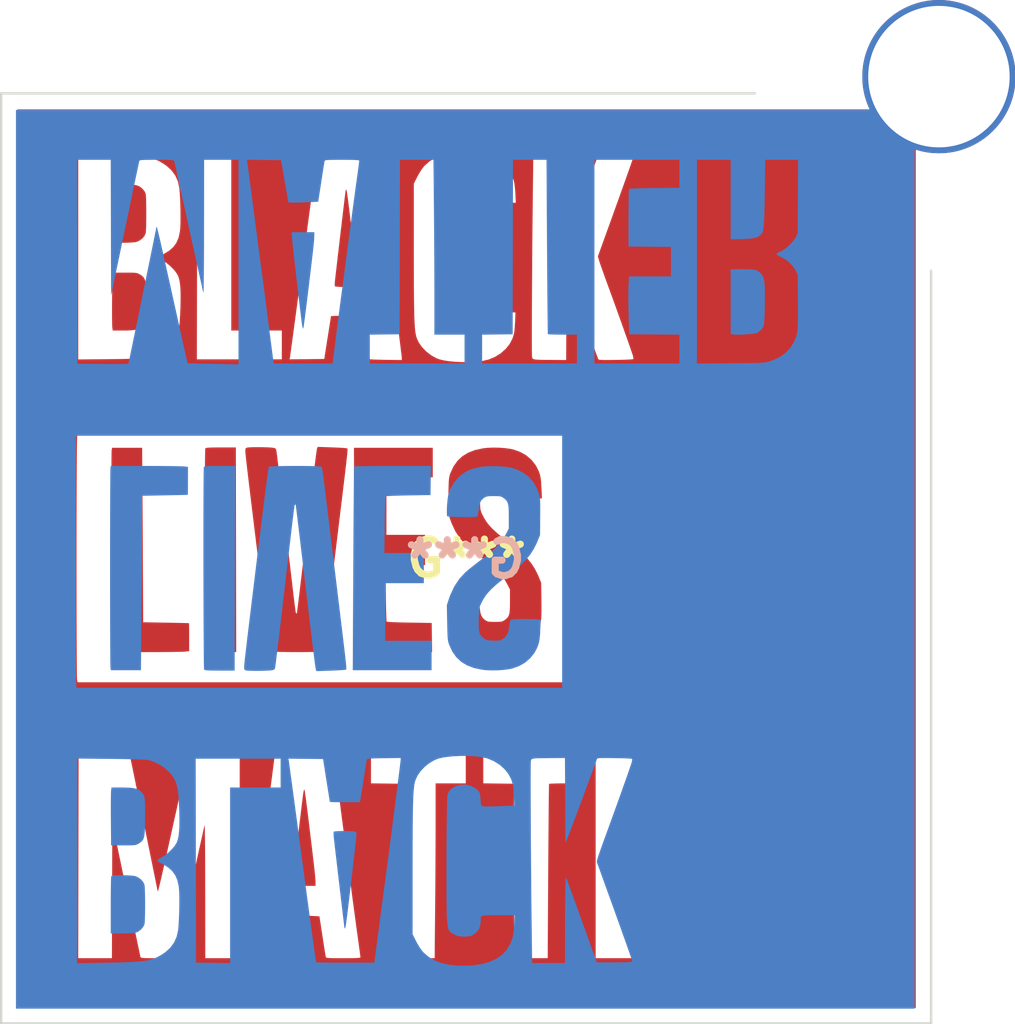
<source format=kicad_pcb>
(kicad_pcb (version 20200829) (generator pcbnew)

  (general
    (thickness 1.6)
  )

  (paper "A4")
  (layers
    (0 "F.Cu" signal)
    (31 "B.Cu" signal)
    (32 "B.Adhes" user)
    (33 "F.Adhes" user)
    (34 "B.Paste" user)
    (35 "F.Paste" user)
    (36 "B.SilkS" user)
    (37 "F.SilkS" user)
    (38 "B.Mask" user)
    (39 "F.Mask" user)
    (40 "Dwgs.User" user)
    (41 "Cmts.User" user)
    (42 "Eco1.User" user)
    (43 "Eco2.User" user)
    (44 "Edge.Cuts" user)
    (45 "Margin" user)
    (46 "B.CrtYd" user)
    (47 "F.CrtYd" user)
    (48 "B.Fab" user)
    (49 "F.Fab" user)
  )

  (setup
    (stackup
      (layer "F.SilkS" (type "Top Silk Screen"))
      (layer "F.Paste" (type "Top Solder Paste"))
      (layer "F.Mask" (type "Top Solder Mask") (color "Green") (thickness 0.01))
      (layer "F.Cu" (type "copper") (thickness 0.035))
      (layer "dielectric 1" (type "core") (thickness 1.51) (material "FR4") (epsilon_r 4.5) (loss_tangent 0.02))
      (layer "B.Cu" (type "copper") (thickness 0.035))
      (layer "B.Mask" (type "Bottom Solder Mask") (color "Green") (thickness 0.01))
      (layer "B.Paste" (type "Bottom Solder Paste"))
      (layer "B.SilkS" (type "Bottom Silk Screen"))
      (copper_finish "None")
      (dielectric_constraints no)
    )
    (pcbplotparams
      (layerselection 0x010fc_ffffffff)
      (usegerberextensions false)
      (usegerberattributes true)
      (usegerberadvancedattributes true)
      (creategerberjobfile true)
      (svguseinch false)
      (svgprecision 6)
      (excludeedgelayer true)
      (linewidth 0.100000)
      (plotframeref false)
      (viasonmask false)
      (mode 1)
      (useauxorigin false)
      (hpglpennumber 1)
      (hpglpenspeed 20)
      (hpglpendiameter 15.000000)
      (psnegative false)
      (psa4output false)
      (plotreference true)
      (plotvalue true)
      (plotinvisibletext false)
      (sketchpadsonfab false)
      (subtractmaskfromsilk false)
      (outputformat 1)
      (mirror false)
      (drillshape 0)
      (scaleselection 1)
      (outputdirectory "gerbers/no-mask-6mm/")
    )
  )


  (net 0 "")

  (module "art:blm-1-5-inch-f-cu" (layer "F.Cu") (tedit 0) (tstamp d0883450-8e26-4762-bc4a-3798f21c4800)
    (at 149.352 74.4728)
    (attr through_hole)
    (fp_text reference "G***" (at 0 0) (layer "F.SilkS")
      (effects (font (size 1.524 1.524) (thickness 0.3)))
      (tstamp 8b642281-845a-4a2b-bba5-3a3f019c6dfd)
    )
    (fp_text value "LOGO" (at 0.75 0) (layer "F.SilkS") hide
      (effects (font (size 1.524 1.524) (thickness 0.3)))
      (tstamp 0c5dc356-6581-483d-8590-b803f19cd95e)
    )
    (fp_poly (pts (xy -6.865826 9.820248)
      (xy -6.851526 9.903167)
      (xy -6.831569 10.038322)
      (xy -6.805857 10.226494)
      (xy -6.77429 10.468464)
      (xy -6.73677 10.765014)
      (xy -6.693197 11.116926)
      (xy -6.643473 11.524979)
      (xy -6.587498 11.989955)
      (xy -6.525174 12.512636)
      (xy -6.463036 13.037574)
      (xy -6.442622 13.219916)
      (xy -6.425116 13.394145)
      (xy -6.411762 13.546431)
      (xy -6.403805 13.662946)
      (xy -6.40211 13.715007)
      (xy -6.40211 13.876201)
      (xy -7.363243 13.876201)
      (xy -7.346542 13.61565)
      (xy -7.340312 13.543298)
      (xy -7.327769 13.418539)
      (xy -7.309684 13.248097)
      (xy -7.286831 13.038696)
      (xy -7.259981 12.797061)
      (xy -7.229908 12.529915)
      (xy -7.197384 12.243984)
      (xy -7.163182 11.945991)
      (xy -7.128075 11.64266)
      (xy -7.092835 11.340717)
      (xy -7.058235 11.046884)
      (xy -7.025048 10.767887)
      (xy -6.994046 10.510449)
      (xy -6.966001 10.281294)
      (xy -6.941688 10.087148)
      (xy -6.935728 10.040554)
      (xy -6.917833 9.923155)
      (xy -6.899137 9.836414)
      (xy -6.882336 9.791424)
      (xy -6.874568 9.788785)) (layer "F.Cu") (width 0) (tstamp 13f1f407-991c-4745-bb7d-5ca1ff14d2b8))
    (fp_poly (pts (xy 1.384816 -4.709039)
      (xy 1.64122 -4.689697)
      (xy 1.872871 -4.656989)
      (xy 1.997546 -4.629931)
      (xy 2.28445 -4.528352)
      (xy 2.539851 -4.381802)
      (xy 2.757798 -4.194812)
      (xy 2.932336 -3.97191)
      (xy 2.986794 -3.877296)
      (xy 3.051098 -3.746697)
      (xy 3.098574 -3.627389)
      (xy 3.132365 -3.505088)
      (xy 3.155616 -3.365511)
      (xy 3.17147 -3.194375)
      (xy 3.182637 -2.987368)
      (xy 3.201055 -2.565241)
      (xy 3.115445 -2.548154)
      (xy 3.058257 -2.542572)
      (xy 2.953108 -2.537754)
      (xy 2.811589 -2.534022)
      (xy 2.645294 -2.531697)
      (xy 2.499694 -2.531067)
      (xy 2.299003 -2.532055)
      (xy 2.150167 -2.535397)
      (xy 2.045513 -2.541659)
      (xy 1.977367 -2.551408)
      (xy 1.938057 -2.565211)
      (xy 1.927279 -2.57334)
      (xy 1.90249 -2.625385)
      (xy 1.8808 -2.720343)
      (xy 1.866885 -2.831763)
      (xy 1.832629 -3.041727)
      (xy 1.767539 -3.204347)
      (xy 1.668942 -3.324757)
      (xy 1.577464 -3.38726)
      (xy 1.505451 -3.421786)
      (xy 1.436814 -3.442039)
      (xy 1.353266 -3.45079)
      (xy 1.236516 -3.450814)
      (xy 1.171455 -3.448829)
      (xy 1.038939 -3.442698)
      (xy 0.949264 -3.432593)
      (xy 0.885719 -3.414176)
      (xy 0.831592 -3.383111)
      (xy 0.787485 -3.349196)
      (xy 0.709853 -3.282001)
      (xy 0.652485 -3.217256)
      (xy 0.61258 -3.144724)
      (xy 0.587337 -3.054165)
      (xy 0.573953 -2.935343)
      (xy 0.569628 -2.778018)
      (xy 0.571559 -2.571953)
      (xy 0.571758 -2.560844)
      (xy 0.575432 -2.378303)
      (xy 0.580047 -2.243246)
      (xy 0.587422 -2.143609)
      (xy 0.599373 -2.067329)
      (xy 0.617717 -2.002341)
      (xy 0.644273 -1.936582)
      (xy 0.676141 -1.86794)
      (xy 0.759326 -1.708141)
      (xy 0.854571 -1.558933)
      (xy 0.968046 -1.413919)
      (xy 1.10592 -1.266702)
      (xy 1.274363 -1.110885)
      (xy 1.479545 -0.94007)
      (xy 1.727636 -0.74786)
      (xy 1.831301 -0.670217)
      (xy 2.130375 -0.437511)
      (xy 2.380648 -0.218514)
      (xy 2.588824 -0.005359)
      (xy 2.76161 0.209824)
      (xy 2.905713 0.434902)
      (xy 3.027838 0.677743)
      (xy 3.075067 0.789097)
      (xy 3.171278 1.027315)
      (xy 3.180161 1.780295)
      (xy 3.182373 2.030104)
      (xy 3.18222 2.228785)
      (xy 3.179366 2.384729)
      (xy 3.173472 2.506328)
      (xy 3.164201 2.601974)
      (xy 3.151216 2.680058)
      (xy 3.14244 2.718278)
      (xy 3.04017 3.014991)
      (xy 2.892762 3.272906)
      (xy 2.700488 3.491756)
      (xy 2.463622 3.671273)
      (xy 2.182437 3.811188)
      (xy 1.95041 3.887876)
      (xy 1.823502 3.912238)
      (xy 1.652763 3.930895)
      (xy 1.453678 3.943488)
      (xy 1.241729 3.949658)
      (xy 1.0324 3.949049)
      (xy 0.841175 3.9413)
      (xy 0.683537 3.926054)
      (xy 0.636048 3.918294)
      (xy 0.388273 3.862267)
      (xy 0.183966 3.793743)
      (xy 0.007242 3.705145)
      (xy -0.157782 3.588892)
      (xy -0.282142 3.4802)
      (xy -0.473483 3.262465)
      (xy -0.619778 3.013103)
      (xy -0.715381 2.742988)
      (xy -0.744165 2.590621)
      (xy -0.760555 2.441677)
      (xy -0.772502 2.285564)
      (xy -0.779679 2.134623)
      (xy -0.781761 2.001192)
      (xy -0.778424 1.897609)
      (xy -0.769342 1.836215)
      (xy -0.764298 1.826495)
      (xy -0.726383 1.816961)
      (xy -0.639967 1.808615)
      (xy -0.516009 1.801603)
      (xy -0.365467 1.796072)
      (xy -0.199302 1.792165)
      (xy -0.028473 1.790029)
      (xy 0.136061 1.78981)
      (xy 0.28334 1.791653)
      (xy 0.402405 1.795703)
      (xy 0.482297 1.802107)
      (xy 0.511263 1.809552)
      (xy 0.527233 1.851068)
      (xy 0.544229 1.936056)
      (xy 0.559277 2.048568)
      (xy 0.563224 2.088096)
      (xy 0.588106 2.270431)
      (xy 0.628157 2.406573)
      (xy 0.689063 2.50912)
      (xy 0.776511 2.590673)
      (xy 0.796333 2.604656)
      (xy 0.853005 2.639467)
      (xy 0.909409 2.661574)
      (xy 0.981014 2.673804)
      (xy 1.083293 2.678983)
      (xy 1.208423 2.679953)
      (xy 1.347579 2.678889)
      (xy 1.442727 2.67358)
      (xy 1.509403 2.660846)
      (xy 1.563146 2.63751)
      (xy 1.619491 2.600395)
      (xy 1.628246 2.594082)
      (xy 1.701862 2.535506)
      (xy 1.756929 2.474776)
      (xy 1.796079 2.40234)
      (xy 1.821946 2.308648)
      (xy 1.837164 2.184149)
      (xy 1.844368 2.019291)
      (xy 1.84619 1.804524)
      (xy 1.84619 1.308712)
      (xy 1.74438 1.108459)
      (xy 1.644728 0.931657)
      (xy 1.528146 0.764003)
      (xy 1.388126 0.598733)
      (xy 1.218158 0.429085)
      (xy 1.011732 0.248293)
      (xy 0.762339 0.049596)
      (xy 0.625322 -0.054226)
      (xy 0.466795 -0.174635)
      (xy 0.31162 -0.295828)
      (xy 0.171359 -0.408534)
      (xy 0.057574 -0.50348)
      (xy -0.010936 -0.564469)
      (xy -0.259226 -0.837896)
      (xy -0.466031 -1.15063)
      (xy -0.633152 -1.505623)
      (xy -0.70152 -1.69719)
      (xy -0.781707 -1.944893)
      (xy -0.767147 -2.692083)
      (xy -0.762312 -2.924936)
      (xy -0.757431 -3.107107)
      (xy -0.751672 -3.247466)
      (xy -0.744206 -3.35488)
      (xy -0.734201 -3.438217)
      (xy -0.720827 -3.506347)
      (xy -0.703253 -3.568136)
      (xy -0.680648 -3.632454)
      (xy -0.678533 -3.638147)
      (xy -0.548182 -3.917737)
      (xy -0.38086 -4.153447)
      (xy -0.174893 -4.34642)
      (xy 0.071392 -4.497798)
      (xy 0.359669 -4.608724)
      (xy 0.691611 -4.680339)
      (xy 0.88034 -4.702276)
      (xy 1.124306 -4.713678)) (layer "F.Cu") (width 0) (tstamp 20cb6bbb-66f3-4fa2-9cf8-6192ac091bef))
    (fp_poly (pts (xy -5.693975 -4.722135)
      (xy -5.507806 -4.71473)
      (xy -5.34193 -4.706214)
      (xy -5.205542 -4.697214)
      (xy -5.107837 -4.688362)
      (xy -5.058009 -4.680285)
      (xy -5.053974 -4.678336)
      (xy -5.049711 -4.673355)
      (xy -5.046302 -4.665388)
      (xy -5.044084 -4.651439)
      (xy -5.043398 -4.628507)
      (xy -5.044583 -4.593596)
      (xy -5.047978 -4.543707)
      (xy -5.053922 -4.475842)
      (xy -5.062753 -4.387002)
      (xy -5.074812 -4.274189)
      (xy -5.090438 -4.134405)
      (xy -5.109969 -3.964652)
      (xy -5.133744 -3.761931)
      (xy -5.162104 -3.523244)
      (xy -5.195386 -3.245593)
      (xy -5.233931 -2.925979)
      (xy -5.278077 -2.561405)
      (xy -5.328163 -2.148872)
      (xy -5.384529 -1.685382)
      (xy -5.447513 -1.167936)
      (xy -5.497268 -0.75932)
      (xy -5.552439 -0.306242)
      (xy -5.606897 0.140978)
      (xy -5.660053 0.577501)
      (xy -5.711316 0.998485)
      (xy -5.760097 1.39909)
      (xy -5.805807 1.774473)
      (xy -5.847857 2.119795)
      (xy -5.885656 2.430214)
      (xy -5.918616 2.70089)
      (xy -5.946147 2.926981)
      (xy -5.967659 3.103647)
      (xy -5.982563 3.226047)
      (xy -5.982588 3.226251)
      (xy -6.01382 3.47221)
      (xy -6.040921 3.662159)
      (xy -6.064484 3.799456)
      (xy -6.085099 3.887458)
      (xy -6.10336 3.929523)
      (xy -6.107213 3.933005)
      (xy -6.147612 3.94033)
      (xy -6.238414 3.94649)
      (xy -6.37152 3.951498)
      (xy -6.538829 3.955366)
      (xy -6.73224 3.958106)
      (xy -6.943654 3.95973)
      (xy -7.16497 3.960251)
      (xy -7.388086 3.959681)
      (xy -7.604904 3.958032)
      (xy -7.807321 3.955316)
      (xy -7.987239 3.951547)
      (xy -8.136556 3.946735)
      (xy -8.247172 3.940893)
      (xy -8.310986 3.934034)
      (xy -8.32333 3.929648)
      (xy -8.330228 3.913277)
      (xy -8.338324 3.882938)
      (xy -8.348023 3.835565)
      (xy -8.359729 3.76809)
      (xy -8.373846 3.677446)
      (xy -8.390779 3.560566)
      (xy -8.410933 3.414384)
      (xy -8.434712 3.235832)
      (xy -8.46252 3.021843)
      (xy -8.494763 2.769349)
      (xy -8.531843 2.475285)
      (xy -8.574166 2.136583)
      (xy -8.622137 1.750176)
      (xy -8.676159 1.312996)
      (xy -8.736638 0.821977)
      (xy -8.784605 0.43177)
      (xy -8.862993 -0.206523)
      (xy -8.934382 -0.788338)
      (xy -8.999084 -1.316301)
      (xy -9.057412 -1.793038)
      (xy -9.109677 -2.221174)
      (xy -9.156193 -2.603336)
      (xy -9.197271 -2.942149)
      (xy -9.233223 -3.24024)
      (xy -9.264362 -3.500234)
      (xy -9.291 -3.724758)
      (xy -9.313448 -3.916436)
      (xy -9.33202 -4.077896)
      (xy -9.347027 -4.211763)
      (xy -9.358782 -4.320663)
      (xy -9.367597 -4.407222)
      (xy -9.373784 -4.474066)
      (xy -9.377655 -4.523821)
      (xy -9.379522 -4.559112)
      (xy -9.379811 -4.574531)
      (xy -9.3757 -4.653753)
      (xy -9.354726 -4.69316)
      (xy -9.303994 -4.712359)
      (xy -9.286782 -4.715973)
      (xy -9.214082 -4.723691)
      (xy -9.09604 -4.728774)
      (xy -8.946806 -4.73131)
      (xy -8.78053 -4.731383)
      (xy -8.611361 -4.729077)
      (xy -8.45345 -4.724479)
      (xy -8.320947 -4.717673)
      (xy -8.23445 -4.709642)
      (xy -8.145578 -4.694653)
      (xy -8.098083 -4.671856)
      (xy -8.074014 -4.628266)
      (xy -8.063117 -4.585698)
      (xy -8.056093 -4.54047)
      (xy -8.042797 -4.440706)
      (xy -8.023787 -4.291034)
      (xy -7.999623 -4.096079)
      (xy -7.970866 -3.860467)
      (xy -7.938075 -3.588825)
      (xy -7.90181 -3.285778)
      (xy -7.862631 -2.955953)
      (xy -7.821098 -2.603975)
      (xy -7.777771 -2.234471)
      (xy -7.75678 -2.054631)
      (xy -7.687809 -1.462852)
      (xy -7.625394 -0.927392)
      (xy -7.56919 -0.445419)
      (xy -7.518849 -0.014099)
      (xy -7.474026 0.369401)
      (xy -7.434374 0.707915)
      (xy -7.399548 1.004277)
      (xy -7.3692 1.261319)
      (xy -7.342986 1.481875)
      (xy -7.320558 1.668778)
      (xy -7.301571 1.824862)
      (xy -7.285678 1.952961)
      (xy -7.272533 2.055906)
      (xy -7.261791 2.136533)
      (xy -7.253104 2.197674)
      (xy -7.246126 2.242163)
      (xy -7.240512 2.272833)
      (xy -7.235915 2.292518)
      (xy -7.231989 2.30405)
      (xy -7.228388 2.310264)
      (xy -7.224765 2.313993)
      (xy -7.222782 2.315865)
      (xy -7.194708 2.320924)
      (xy -7.193868 2.320144)
      (xy -7.188881 2.289549)
      (xy -7.177434 2.203488)
      (xy -7.159971 2.065648)
      (xy -7.136939 1.879716)
      (xy -7.108779 1.649381)
      (xy -7.075938 1.378328)
      (xy -7.03886 1.070245)
      (xy -6.997988 0.728819)
      (xy -6.953768 0.357738)
      (xy -6.906644 -0.039312)
      (xy -6.857059 -0.458644)
      (xy -6.805459 -0.896569)
      (xy -6.777295 -1.136231)
      (xy -6.724526 -1.584143)
      (xy -6.673241 -2.016461)
      (xy -6.623906 -2.429399)
      (xy -6.576991 -2.819169)
      (xy -6.532963 -3.181985)
      (xy -6.492288 -3.51406)
      (xy -6.455435 -3.811607)
      (xy -6.422872 -4.070841)
      (xy -6.395066 -4.287973)
      (xy -6.372484 -4.459217)
      (xy -6.355595 -4.580787)
      (xy -6.344865 -4.648895)
      (xy -6.341938 -4.661765)
      (xy -6.310927 -4.743332)) (layer "F.Cu") (width 0) (tstamp 28ae0f95-7b0a-4dce-9452-ec6bcb9534c4))
    (fp_poly (pts (xy 19.057444 19.057444)
      (xy -19.057444 19.057444)
      (xy -19.057444 16.944324)
      (xy -9.263625 16.944324)
      (xy -8.540078 16.936347)
      (xy -7.81653 16.92837)
      (xy -7.66168 16.049941)
      (xy -7.62271 15.828422)
      (xy -7.587238 15.625927)
      (xy -7.556551 15.449874)
      (xy -7.531938 15.307679)
      (xy -7.514684 15.20676)
      (xy -7.506078 15.154534)
      (xy -7.50535 15.149179)
      (xy -7.474909 15.136797)
      (xy -7.386438 15.12973)
      (xy -7.241226 15.127982)
      (xy -7.040559 15.131556)
      (xy -6.785727 15.140459)
      (xy -6.654511 15.146169)
      (xy -6.236923 15.165274)
      (xy -6.108382 16.002156)
      (xy -6.074633 16.220505)
      (xy -6.043197 16.421286)
      (xy -6.015359 16.596479)
      (xy -5.992409 16.738066)
      (xy -5.975634 16.83803)
      (xy -5.966321 16.888351)
      (xy -5.96564 16.891149)
      (xy -5.957111 16.907445)
      (xy -5.93685 16.919961)
      (xy -5.897843 16.929188)
      (xy -5.833075 16.935621)
      (xy -5.735532 16.93975)
      (xy -5.598198 16.94207)
      (xy -5.414059 16.943073)
      (xy -5.223902 16.943259)
      (xy -4.986907 16.9426)
      (xy -4.803832 16.940429)
      (xy -4.669053 16.936455)
      (xy -4.576949 16.930388)
      (xy -4.521897 16.921935)
      (xy -4.498274 16.910806)
      (xy -4.496366 16.905593)
      (xy -4.500374 16.866804)
      (xy -4.51165 16.77745)
      (xy -4.529069 16.645927)
      (xy -4.551506 16.480631)
      (xy -4.577836 16.289956)
      (xy -4.601067 16.12394)
      (xy -4.627035 15.937392)
      (xy -4.659366 15.701856)
      (xy -4.696702 15.427394)
      (xy -4.737688 15.124071)
      (xy -4.780967 14.80195)
      (xy -4.825181 14.471094)
      (xy -4.868974 14.141567)
      (xy -4.900115 13.905979)
      (xy -4.946763 13.552329)
      (xy -4.998073 13.163584)
      (xy -5.052084 12.75458)
      (xy -5.106835 12.340159)
      (xy -5.160367 11.935158)
      (xy -5.210718 11.554416)
      (xy -5.255928 11.212773)
      (xy -5.269944 11.106917)
      (xy -5.310034 10.802772)
      (xy -5.350685 10.491744)
      (xy -5.390566 10.184204)
      (xy -5.428345 9.890521)
      (xy -5.462689 9.621067)
      (xy -5.492267 9.386212)
      (xy -5.515747 9.196327)
      (xy -5.522373 9.141618)
      (xy -5.545975 8.946754)
      (xy -5.568143 8.766548)
      (xy -5.587581 8.611308)
      (xy -5.602995 8.491344)
      (xy -5.613089 8.416965)
      (xy -5.614959 8.404631)
      (xy -5.6306 8.307854)
      (xy -4.049707 8.307854)
      (xy -4.049707 9.527538)
      (xy -3.41694 9.535574)
      (xy -2.784174 9.543611)
      (xy -2.769052 16.943259)
      (xy -1.349752 16.943259)
      (xy -1.330001 15.000293)
      (xy -1.32621 14.594601)
      (xy -1.322657 14.150947)
      (xy -1.319413 13.682534)
      (xy -1.316547 13.202565)
      (xy -1.314131 12.724243)
      (xy -1.312234 12.26077)
      (xy -1.310928 11.82535)
      (xy -1.310282 11.431186)
      (xy -1.310225 11.293024)
      (xy -1.310199 9.528722)
      (xy -0.029777 9.528722)
      (xy -0.029777 8.307854)
      (xy 0.714654 8.307854)
      (xy 0.714654 9.527561)
      (xy 1.362309 9.535586)
      (xy 2.009965 9.543611)
      (xy 2.017525 13.243435)
      (xy 2.025086 16.943259)
      (xy 3.446189 16.943259)
      (xy 3.468213 13.258323)
      (xy 3.47109 12.794649)
      (xy 3.474072 12.347478)
      (xy 3.477123 11.920423)
      (xy 3.480211 11.517097)
      (xy 3.483298 11.141111)
      (xy 3.486353 10.796079)
      (xy 3.489338 10.485614)
      (xy 3.492221 10.213328)
      (xy 3.494966 9.982833)
      (xy 3.497538 9.797743)
      (xy 3.499904 9.66167)
      (xy 3.502028 9.578226)
      (xy 3.503733 9.551055)
      (xy 3.536246 9.544321)
      (xy 3.619232 9.538401)
      (xy 3.743611 9.533621)
      (xy 3.900303 9.530307)
      (xy 4.080228 9.528785)
      (xy 4.125907 9.528722)
      (xy 4.734584 9.528722)
      (xy 4.734584 8.307854)
      (xy 5.479015 8.307854)
      (xy 5.479015 16.943259)
      (xy 9.082063 16.943259)
      (xy 9.826495 16.943259)
      (xy 11.255803 16.943259)
      (xy 11.255803 13.572308)
      (xy 11.739683 13.583795)
      (xy 11.966784 13.59224)
      (xy 12.144062 13.607096)
      (xy 12.281115 13.630825)
      (xy 12.387545 13.665885)
      (xy 12.472949 13.714735)
      (xy 12.546928 13.779835)
      (xy 12.560301 13.794044)
      (xy 12.586691 13.828208)
      (xy 12.609237 13.872037)
      (xy 12.628332 13.930405)
      (xy 12.644366 14.008189)
      (xy 12.657732 14.110262)
      (xy 12.668822 14.241501)
      (xy 12.678027 14.406779)
      (xy 12.685741 14.610973)
      (xy 12.692353 14.858957)
      (xy 12.698257 15.155606)
      (xy 12.703844 15.505796)
      (xy 12.705146 15.595838)
      (xy 12.724335 16.943259)
      (xy 14.116913 16.943259)
      (xy 14.108222 15.387397)
      (xy 14.099531 13.831536)
      (xy 14.016326 13.6621)
      (xy 13.922567 13.51482)
      (xy 13.790109 13.364121)
      (xy 13.634497 13.223803)
      (xy 13.471277 13.107665)
      (xy 13.315995 13.029506)
      (xy 13.295545 13.022305)
      (xy 13.233397 12.990752)
      (xy 13.206258 12.955119)
      (xy 13.206213 12.95387)
      (xy 13.211643 12.927843)
      (xy 13.234977 12.902905)
      (xy 13.286779 12.872121)
      (xy 13.377613 12.828556)
      (xy 13.440734 12.799918)
      (xy 13.593987 12.709431)
      (xy 13.749929 12.58094)
      (xy 13.890378 12.432006)
      (xy 13.997154 12.280192)
      (xy 14.016509 12.24374)
      (xy 14.099531 12.074677)
      (xy 14.108953 10.961248)
      (xy 14.111228 10.632732)
      (xy 14.11157 10.357173)
      (xy 14.109316 10.127989)
      (xy 14.103805 9.938596)
      (xy 14.094376 9.78241)
      (xy 14.080367 9.652849)
      (xy 14.061117 9.543328)
      (xy 14.035965 9.447266)
      (xy 14.004249 9.358077)
      (xy 13.965307 9.26918)
      (xy 13.932122 9.201053)
      (xy 13.776616 8.955612)
      (xy 13.574226 8.746716)
      (xy 13.3253 8.574636)
      (xy 13.030185 8.439641)
      (xy 12.89334 8.394304)
      (xy 12.839668 8.378876)
      (xy 12.787093 8.365958)
      (xy 12.729819 8.355271)
      (xy 12.662045 8.346537)
      (xy 12.577973 8.339476)
      (xy 12.471804 8.333811)
      (xy 12.337739 8.329262)
      (xy 12.16998 8.325551)
      (xy 11.962728 8.322399)
      (xy 11.710184 8.319529)
      (xy 11.40655 8.31666)
      (xy 11.248359 8.315267)
      (xy 9.826495 8.302883)
      (xy 9.826495 16.943259)
      (xy 9.082063 16.943259)
      (xy 9.082063 15.756253)
      (xy 8.027415 15.746766)
      (xy 7.782197 15.74389)
      (xy 7.555787 15.739945)
      (xy 7.355093 15.735151)
      (xy 7.187028 15.729728)
      (xy 7.0585 15.723896)
      (xy 6.976419 15.717873)
      (xy 6.947989 15.71249)
      (xy 6.942617 15.67825)
      (xy 6.937645 15.59088)
      (xy 6.933202 15.456802)
      (xy 6.929419 15.28244)
      (xy 6.926422 15.074216)
      (xy 6.924341 14.838553)
      (xy 6.923305 14.581875)
      (xy 6.923212 14.476734)
      (xy 6.923212 13.265768)
      (xy 8.724736 13.250006)
      (xy 8.724736 12.000234)
      (xy 6.944292 12.000234)
      (xy 6.922815 11.570618)
      (xy 6.917828 11.41777)
      (xy 6.91538 11.219733)
      (xy 6.915418 10.990814)
      (xy 6.917894 10.745323)
      (xy 6.922755 10.497568)
      (xy 6.927164 10.342306)
      (xy 6.952989 9.543611)
      (xy 8.017526 9.53579)
      (xy 9.082063 9.52797)
      (xy 9.082063 8.307854)
      (xy 5.479015 8.307854)
      (xy 4.734584 8.307854)
      (xy 0.714654 8.307854)
      (xy -0.029777 8.307854)
      (xy -4.049707 8.307854)
      (xy -5.6306 8.307854)
      (xy -8.125542 8.307854)
      (xy -8.143145 8.434408)
      (xy -8.150233 8.487525)
      (xy -8.16415 8.593774)
      (xy -8.184126 8.74722)
      (xy -8.209392 8.941928)
      (xy -8.239179 9.171961)
      (xy -8.272719 9.431385)
      (xy -8.309242 9.714264)
      (xy -8.34798 10.014662)
      (xy -8.367856 10.168933)
      (xy -8.418675 10.563368)
      (xy -8.462567 10.903731)
      (xy -8.500189 11.19502)
      (xy -8.532198 11.442234)
      (xy -8.559249 11.650369)
      (xy -8.581998 11.824425)
      (xy -8.601103 11.969399)
      (xy -8.617218 12.090289)
      (xy -8.631 12.192093)
      (xy -8.643106 12.27981)
      (xy -8.654192 12.358436)
      (xy -8.664913 12.432971)
      (xy -8.666936 12.446893)
      (xy -8.677105 12.520086)
      (xy -8.69384 12.64449)
      (xy -8.716107 12.812251)
      (xy -8.742871 13.015512)
      (xy -8.7731 13.246418)
      (xy -8.805758 13.497112)
      (xy -8.839812 13.759739)
      (xy -8.843321 13.78687)
      (xy -8.877626 14.051821)
      (xy -8.910754 14.306977)
      (xy -8.941646 14.544235)
      (xy -8.969243 14.755492)
      (xy -8.992487 14.932646)
      (xy -9.010318 15.067593)
      (xy -9.021679 15.152231)
      (xy -9.022282 15.156623)
      (xy -9.035239 15.252505)
      (xy -9.054221 15.395263)
      (xy -9.077623 15.572709)
      (xy -9.103839 15.772655)
      (xy -9.131265 15.982914)
      (xy -9.141909 16.06483)
      (xy -9.168179 16.265982)
      (xy -9.192826 16.452405)
      (xy -9.214526 16.614261)
      (xy -9.231953 16.741708)
      (xy -9.243783 16.824906)
      (xy -9.247216 16.847016)
      (xy -9.263625 16.944324)
      (xy -19.057444 16.944324)
      (xy -19.057444 16.943259)
      (xy -16.467023 16.943259)
      (xy -15.037811 16.943259)
      (xy -15.030219 14.065981)
      (xy -15.022626 11.188704)
      (xy -14.432192 14.013871)
      (xy -14.348199 14.415591)
      (xy -14.267477 14.80132)
      (xy -14.19088 15.166996)
      (xy -14.119263 15.508557)
      (xy -14.053479 15.82194)
      (xy -13.994383 16.103085)
      (xy -13.942828 16.347928)
      (xy -13.899669 16.552407)
      (xy -13.86576 16.712461)
      (xy -13.841955 16.824028)
      (xy -13.829108 16.883045)
      (xy -13.827196 16.891149)
      (xy -13.818535 16.907466)
      (xy -13.798136 16.919992)
      (xy -13.758973 16.929223)
      (xy -13.694017 16.935652)
      (xy -13.59624 16.939774)
      (xy -13.458614 16.942085)
      (xy -13.274111 16.943079)
      (xy -13.087105 16.943259)
      (xy -12.859793 16.942962)
      (xy -12.684994 16.941743)
      (xy -12.555669 16.939105)
      (xy -12.464778 16.934555)
      (xy -12.405281 16.927596)
      (xy -12.370138 16.917736)
      (xy -12.35231 16.904478)
      (xy -12.345801 16.891149)
      (xy -12.337256 16.855088)
      (xy -12.316868 16.764981)
      (xy -12.285551 16.624956)
      (xy -12.244217 16.439137)
      (xy -12.193779 16.211653)
      (xy -12.135149 15.94663)
      (xy -12.06924 15.648194)
      (xy -11.996965 15.320472)
      (xy -11.919237 14.967591)
      (xy -11.836969 14.593678)
      (xy -11.751072 14.202859)
      (xy -11.731647 14.11442)
      (xy -11.644838 13.719427)
      (xy -11.561275 13.339738)
      (xy -11.481889 12.979552)
      (xy -11.407611 12.643071)
      (xy -11.339372 12.334497)
      (xy -11.278104 12.058031)
      (xy -11.224737 11.817873)
      (xy -11.180204 11.618227)
      (xy -11.145436 11.463292)
      (xy -11.121363 11.35727)
      (xy -11.108917 11.304363)
      (xy -11.107889 11.300469)
      (xy -11.104074 11.316021)
      (xy -11.100409 11.387696)
      (xy -11.096929 11.512063)
      (xy -11.093669 11.685691)
      (xy -11.090664 11.905149)
      (xy -11.087947 12.167005)
      (xy -11.085555 12.467829)
      (xy -11.08352 12.804189)
      (xy -11.081879 13.172654)
      (xy -11.080666 13.569793)
      (xy -11.079915 13.992175)
      (xy -11.079825 14.077198)
      (xy -11.07714 16.943259)
      (xy -9.618054 16.943259)
      (xy -9.618054 8.268883)
      (xy -10.696858 8.290228)
      (xy -10.943827 8.295261)
      (xy -11.171105 8.300176)
      (xy -11.372039 8.304805)
      (xy -11.539978 8.308985)
      (xy -11.66827 8.312549)
      (xy -11.750265 8.315333)
      (xy -11.779306 8.317158)
      (xy -11.786125 8.346375)
      (xy -11.804952 8.429789)
      (xy -11.834907 8.563456)
      (xy -11.875111 8.74343)
      (xy -11.924688 8.965765)
      (xy -11.982757 9.226516)
      (xy -12.048441 9.521736)
      (xy -12.12086 9.84748)
      (xy -12.199138 10.199803)
      (xy -12.282394 10.574758)
      (xy -12.369751 10.968401)
      (xy -12.413688 11.166471)
      (xy -12.523654 11.661861)
      (xy -12.621551 12.10193)
      (xy -12.708047 12.489536)
      (xy -12.783811 12.827535)
      (xy -12.849513 13.118783)
      (xy -12.905821 13.366137)
      (xy -12.953405 13.572452)
      (xy -12.992934 13.740585)
      (xy -13.025076 13.873393)
      (xy -13.0505 13.973731)
      (xy -13.069876 14.044457)
      (xy -13.083872 14.088426)
      (xy -13.093157 14.108495)
      (xy -13.098402 14.10752)
      (xy -13.099978 14.096667)
      (xy -13.106166 14.062713)
      (xy -13.123378 13.975277)
      (xy -13.150621 13.839203)
      (xy -13.186902 13.659341)
      (xy -13.231228 13.440535)
      (xy -13.282606 13.187632)
      (xy -13.340043 12.90548)
      (xy -13.402546 12.598925)
      (xy -13.469123 12.272813)
      (xy -13.538779 11.931991)
      (xy -13.610524 11.581306)
      (xy -13.683362 11.225604)
      (xy -13.756302 10.869732)
      (xy -13.828351 10.518536)
      (xy -13.898515 10.176864)
      (xy -13.965803 9.849562)
      (xy -14.029219 9.541476)
      (xy -14.087773 9.257453)
      (xy -14.140471 9.002339)
      (xy -14.18632 8.780982)
      (xy -14.224327 8.598228)
      (xy -14.253499 8.458924)
      (xy -14.272843 8.367915)
      (xy -14.281366 8.33005)
      (xy -14.281435 8.329818)
      (xy -14.288786 8.31609)
      (xy -14.305502 8.305063)
      (xy -14.337343 8.296502)
      (xy -14.390074 8.290172)
      (xy -14.469458 8.285836)
      (xy -14.581256 8.283259)
      (xy -14.731234 8.282206)
      (xy -14.925153 8.282442)
      (xy -15.168776 8.283731)
      (xy -15.374633 8.285152)
      (xy -16.451935 8.292966)
      (xy -16.459479 12.618112)
      (xy -16.467023 16.943259)
      (xy -19.057444 16.943259)
      (xy -19.057444 0.386551)
      (xy -16.540767 0.386551)
      (xy -16.540632 0.865302)
      (xy -16.540295 1.337276)
      (xy -16.539757 1.798681)
      (xy -16.539015 2.245723)
      (xy -16.53807 2.674607)
      (xy -16.536922 3.08154)
      (xy -16.535569 3.462728)
      (xy -16.53401 3.814379)
      (xy -16.532247 4.132697)
      (xy -16.530276 4.413889)
      (xy -16.528099 4.654162)
      (xy -16.525715 4.849722)
      (xy -16.523122 4.996775)
      (xy -16.520321 5.091528)
      (xy -16.517584 5.129132)
      (xy -16.493902 5.240797)
      (xy 4.109261 5.240797)
      (xy 4.109261 -5.449238)
      (xy -16.490725 -5.449238)
      (xy -16.515996 -5.099355)
      (xy -16.519006 -5.02813)
      (xy -16.521823 -4.902981)
      (xy -16.524448 -4.727703)
      (xy -16.52688 -4.50609)
      (xy -16.529118 -4.241934)
      (xy -16.531161 -3.93903)
      (xy -16.533009 -3.601172)
      (xy -16.534661 -3.232152)
      (xy -16.536118 -2.835766)
      (xy -16.537377 -2.415806)
      (xy -16.538439 -1.976066)
      (xy -16.539303 -1.52034)
      (xy -16.539968 -1.052422)
      (xy -16.540435 -0.576104)
      (xy -16.540701 -0.095183)
      (xy -16.540767 0.386551)
      (xy -19.057444 0.386551)
      (xy -19.057444 -8.451023)
      (xy -16.466823 -8.451023)
      (xy -16.007083 -8.455698)
      (xy -7.505265 -8.455698)
      (xy -6.767846 -8.463664)
      (xy -6.030426 -8.47163)
      (xy -6.005929 -8.635405)
      (xy -5.994364 -8.710782)
      (xy -5.975031 -8.834579)
      (xy -5.949569 -8.99641)
      (xy -5.919613 -9.185885)
      (xy -5.886802 -9.39262)
      (xy -5.864221 -9.534455)
      (xy -5.83211 -9.736531)
      (xy -5.803357 -9.918696)
      (xy -5.779225 -10.072842)
      (xy -5.760981 -10.190858)
      (xy -5.749887 -10.264634)
      (xy -5.747011 -10.286331)
      (xy -5.71867 -10.291215)
      (xy -5.639388 -10.29553)
      (xy -5.51778 -10.299052)
      (xy -5.362459 -10.301558)
      (xy -5.182039 -10.302823)
      (xy -5.109166 -10.302931)
      (xy -4.471321 -10.302931)
      (xy -4.454014 -10.221044)
      (xy -4.444775 -10.169936)
      (xy -4.427815 -10.068892)
      (xy -4.404582 -9.92682)
      (xy -4.376521 -9.752629)
      (xy -4.345081 -9.555227)
      (xy -4.317407 -9.379836)
      (xy -4.284285 -9.170007)
      (xy -4.253379 -8.97606)
      (xy -4.226129 -8.806887)
      (xy -4.203974 -8.671377)
      (xy -4.188354 -8.578419)
      (xy -4.181372 -8.539891)
      (xy -4.169241 -8.49794)
      (xy -4.145293 -8.472926)
      (xy -4.09567 -8.459388)
      (xy -4.006513 -8.451862)
      (xy -3.950842 -8.449031)
      (xy -3.845771 -8.445119)
      (xy -3.697317 -8.441092)
      (xy -3.52165 -8.437318)
      (xy -3.334941 -8.434162)
      (xy -3.238277 -8.43288)
      (xy -2.739508 -8.426964)
      (xy -2.739508 -8.496625)
      (xy -2.743247 -8.536177)
      (xy -2.754007 -8.629424)
      (xy -2.771104 -8.77101)
      (xy -2.793852 -8.955577)
      (xy -2.821566 -9.177766)
      (xy -2.85356 -9.432221)
      (xy -2.889151 -9.713584)
      (xy -2.927652 -10.016497)
      (xy -2.968378 -10.335602)
      (xy -3.010645 -10.665541)
      (xy -3.053768 -11.000958)
      (xy -3.09706 -11.336493)
      (xy -3.139838 -11.66679)
      (xy -3.181415 -11.986491)
      (xy -3.221107 -12.290238)
      (xy -3.258229 -12.572673)
      (xy -3.292095 -12.82844)
      (xy -3.322021 -13.052179)
      (xy -3.322714 -13.057327)
      (xy -3.341058 -13.194165)
      (xy -3.366166 -13.382421)
      (xy -3.397026 -13.614467)
      (xy -3.432627 -13.882676)
      (xy -3.471958 -14.17942)
      (xy -3.514008 -14.497072)
      (xy -3.557766 -14.828006)
      (xy -3.602219 -15.164592)
      (xy -3.628671 -15.365065)
      (xy -3.699507 -15.902137)
      (xy -2.233294 -15.902137)
      (xy -2.233222 -13.124867)
      (xy -2.232965 -12.589906)
      (xy -2.232149 -12.111001)
      (xy -2.230667 -11.684656)
      (xy -2.228409 -11.307376)
      (xy -2.225266 -10.975663)
      (xy -2.22113 -10.686021)
      (xy -2.215893 -10.434955)
      (xy -2.209444 -10.218967)
      (xy -2.201676 -10.034562)
      (xy -2.19248 -9.878243)
      (xy -2.181746 -9.746513)
      (xy -2.169366 -9.635878)
      (xy -2.155232 -9.542839)
      (xy -2.139234 -9.463902)
      (xy -2.121263 -9.39557)
      (xy -2.116717 -9.380591)
      (xy -2.026086 -9.177439)
      (xy -1.887064 -8.978569)
      (xy -1.710504 -8.794352)
      (xy -1.507257 -8.635156)
      (xy -1.288176 -8.511352)
      (xy -1.150588 -8.457378)
      (xy -0.972324 -8.413108)
      (xy -0.748694 -8.378467)
      (xy -0.493195 -8.354034)
      (xy -0.219323 -8.340387)
      (xy 0.059425 -8.338103)
      (xy 0.329552 -8.347761)
      (xy 0.577563 -8.369937)
      (xy 0.652781 -8.380181)
      (xy 0.943471 -8.449101)
      (xy 1.213347 -8.562381)
      (xy 1.456011 -8.714472)
      (xy 1.665065 -8.899824)
      (xy 1.834112 -9.112887)
      (xy 1.956754 -9.348111)
      (xy 1.99332 -9.473004)
      (xy 2.773509 -9.473004)
      (xy 2.773641 -9.205754)
      (xy 2.774279 -8.979525)
      (xy 2.775445 -8.798339)
      (xy 2.777159 -8.666216)
      (xy 2.779442 -8.587177)
      (xy 2.781119 -8.56677)
      (xy 2.788788 -8.528445)
      (xy 2.800228 -8.498545)
      (xy 2.822238 -8.475962)
      (xy 2.861619 -8.45959)
      (xy 2.925168 -8.448321)
      (xy 3.019685 -8.441049)
      (xy 3.151969 -8.436666)
      (xy 3.328819 -8.434065)
      (xy 3.557034 -8.432139)
      (xy 3.610492 -8.431729)
      (xy 4.22837 -8.426964)
      (xy 4.235815 -9.804162)
      (xy 4.237362 -10.103412)
      (xy 4.238764 -10.399597)
      (xy 4.239987 -10.684193)
      (xy 4.241002 -10.948676)
      (xy 4.241776 -11.184522)
      (xy 4.242278 -11.383207)
      (xy 4.242478 -11.536206)
      (xy 4.242434 -11.605022)
      (xy 4.243479 -11.753929)
      (xy 4.246911 -11.876881)
      (xy 4.252248 -11.964019)
      (xy 4.259009 -12.005485)
      (xy 4.262063 -12.007015)
      (xy 4.276533 -11.975218)
      (xy 4.309561 -11.89302)
      (xy 4.359088 -11.765892)
      (xy 4.423056 -11.599305)
      (xy 4.499406 -11.398731)
      (xy 4.58608 -11.169642)
      (xy 4.681019 -10.917507)
      (xy 4.782164 -10.6478)
      (xy 4.887458 -10.36599)
      (xy 4.994842 -10.077549)
      (xy 5.102256 -9.787948)
      (xy 5.207644 -9.50266)
      (xy 5.308945 -9.227154)
      (xy 5.345734 -9.126729)
      (xy 5.411629 -8.946821)
      (xy 5.471563 -8.783519)
      (xy 5.522172 -8.645954)
      (xy 5.560097 -8.54326)
      (xy 5.581975 -8.484568)
      (xy 5.584952 -8.47679)
      (xy 5.594919 -8.45981)
      (xy 5.614567 -8.446948)
      (xy 5.651046 -8.437775)
      (xy 5.711508 -8.431861)
      (xy 5.803104 -8.428777)
      (xy 5.932984 -8.428095)
      (xy 6.108299 -8.429384)
      (xy 6.329296 -8.432124)
      (xy 6.531228 -8.435705)
      (xy 6.713245 -8.440583)
      (xy 6.866924 -8.446398)
      (xy 6.983842 -8.452789)
      (xy 7.055577 -8.459395)
      (xy 7.074436 -8.463993)
      (xy 7.080065 -8.503524)
      (xy 7.068355 -8.57718)
      (xy 7.058852 -8.61288)
      (xy 7.034626 -8.688305)
      (xy 6.992324 -8.81325)
      (xy 6.934237 -8.981273)
      (xy 6.86266 -9.185932)
      (xy 6.779885 -9.420784)
      (xy 6.688205 -9.679388)
      (xy 6.589913 -9.9553)
      (xy 6.487302 -10.242079)
      (xy 6.382665 -10.533282)
      (xy 6.278296 -10.822466)
      (xy 6.176487 -11.103191)
      (xy 6.079531 -11.369013)
      (xy 6.022757 -11.523799)
      (xy 5.937653 -11.756471)
      (xy 5.857021 -11.979238)
      (xy 5.783772 -12.183885)
      (xy 5.720815 -12.362193)
      (xy 5.67106 -12.505947)
      (xy 5.637419 -12.606931)
      (xy 5.626319 -12.643078)
      (xy 5.574786 -12.824375)
      (xy 5.945132 -13.849057)
      (xy 6.12223 -14.339516)
      (xy 6.286944 -14.796606)
      (xy 6.438505 -15.218162)
      (xy 6.576143 -15.60202)
      (xy 6.699088 -15.946015)
      (xy 6.806571 -16.247982)
      (xy 6.897821 -16.505757)
      (xy 6.97207 -16.717175)
      (xy 7.028547 -16.880071)
      (xy 7.066482 -16.992281)
      (xy 7.085107 -17.05164)
      (xy 7.086987 -17.060379)
      (xy 7.06079 -17.071472)
      (xy 6.981239 -17.080126)
      (xy 6.84689 -17.086403)
      (xy 6.656303 -17.090362)
      (xy 6.408035 -17.092065)
      (xy 6.330401 -17.092146)
      (xy 5.573814 -17.092146)
      (xy 5.514468 -16.920926)
      (xy 5.48643 -16.841122)
      (xy 5.441982 -16.715992)
      (xy 5.38335 -16.551718)
      (xy 5.312762 -16.354482)
      (xy 5.232443 -16.130467)
      (xy 5.144621 -15.885856)
      (xy 5.051522 -15.626829)
      (xy 4.955373 -15.359571)
      (xy 4.858399 -15.090263)
      (xy 4.762829 -14.825088)
      (xy 4.670887 -14.570228)
      (xy 4.584802 -14.331865)
      (xy 4.506798 -14.116183)
      (xy 4.439104 -13.929362)
      (xy 4.383945 -13.777587)
      (xy 4.343548 -13.667038)
      (xy 4.32014 -13.603899)
      (xy 4.316039 -13.593318)
      (xy 4.279568 -13.503986)
      (xy 4.256937 -13.578429)
      (xy 4.252755 -13.621203)
      (xy 4.248722 -13.718005)
      (xy 4.244918 -13.863309)
      (xy 4.241419 -14.051588)
      (xy 4.238304 -14.277315)
      (xy 4.235652 -14.534964)
      (xy 4.233541 -14.819009)
      (xy 4.232049 -15.123923)
      (xy 4.231338 -15.387398)
      (xy 4.22837 -17.121923)
      (xy 2.836884 -17.121923)
      (xy 2.81807 -15.670282)
      (xy 2.813117 -15.27019)
      (xy 2.808356 -14.850809)
      (xy 2.803808 -14.416161)
      (xy 2.799495 -13.970265)
      (xy 2.795437 -13.517143)
      (xy 2.791656 -13.060814)
      (xy 2.788172 -12.6053)
      (xy 2.785006 -12.154622)
      (xy 2.782179 -11.7128)
      (xy 2.779712 -11.283854)
      (xy 2.777626 -10.871806)
      (xy 2.775942 -10.480677)
      (xy 2.77468 -10.114486)
      (xy 2.773862 -9.777255)
      (xy 2.773509 -9.473004)
      (xy 1.99332 -9.473004)
      (xy 2.020798 -9.566853)
      (xy 2.033903 -9.660165)
      (xy 2.046754 -9.793941)
      (xy 2.057742 -9.949109)
      (xy 2.064374 -10.082574)
      (xy 2.078382 -10.442873)
      (xy 1.674694 -10.462234)
      (xy 1.491089 -10.46989)
      (xy 1.296124 -10.476116)
      (xy 1.114035 -10.480239)
      (xy 0.978508 -10.481595)
      (xy 0.846239 -10.481948)
      (xy 0.757307 -10.476463)
      (xy 0.702444 -10.455321)
      (xy 0.672382 -10.408704)
      (xy 0.657853 -10.326793)
      (xy 0.649588 -10.19977)
      (xy 0.645661 -10.128989)
      (xy 0.629148 -9.978906)
      (xy 0.593157 -9.868768)
      (xy 0.527287 -9.782987)
      (xy 0.421134 -9.705974)
      (xy 0.329538 -9.655276)
      (xy 0.208662 -9.598544)
      (xy 0.106029 -9.568993)
      (xy -0.008368 -9.558894)
      (xy -0.046151 -9.5585)
      (xy -0.259642 -9.578857)
      (xy -0.444148 -9.637234)
      (xy -0.592906 -9.729586)
      (xy -0.699156 -9.851868)
      (xy -0.752072 -9.980797)
      (xy -0.758286 -10.036867)
      (xy -0.76415 -10.147028)
      (xy -0.769638 -10.305819)
      (xy -0.774726 -10.507776)
      (xy -0.779389 -10.747438)
      (xy -0.7836 -11.019342)
      (xy -0.787336 -11.318026)
      (xy -0.790571 -11.638028)
      (xy -0.793281 -11.973885)
      (xy -0.79544 -12.320135)
      (xy -0.797023 -12.671316)
      (xy -0.798005 -13.021966)
      (xy -0.798361 -13.366623)
      (xy -0.798067 -13.699823)
      (xy -0.797097 -14.016105)
      (xy -0.795425 -14.310007)
      (xy -0.793028 -14.576066)
      (xy -0.789879 -14.808819)
      (xy -0.785955 -15.002806)
      (xy -0.781229 -15.152563)
      (xy -0.7762 -15.245956)
      (xy -0.760213 -15.437587)
      (xy -0.742125 -15.580142)
      (xy -0.717062 -15.684032)
      (xy -0.680152 -15.759669)
      (xy -0.626525 -15.817468)
      (xy -0.551308 -15.86784)
      (xy -0.463521 -15.914225)
      (xy -0.361919 -15.960773)
      (xy -0.271912 -15.987489)
      (xy -0.168853 -15.999597)
      (xy -0.04797 -16.002318)
      (xy 0.095079 -15.998346)
      (xy 0.199032 -15.983449)
      (xy 0.283874 -15.954172)
      (xy 0.312661 -15.939936)
      (xy 0.472441 -15.827444)
      (xy 0.581718 -15.684313)
      (xy 0.641712 -15.508454)
      (xy 0.655099 -15.353568)
      (xy 0.654287 -15.274031)
      (xy 0.656425 -15.212822)
      (xy 0.668373 -15.167554)
      (xy 0.696993 -15.13584)
      (xy 0.749144 -15.115293)
      (xy 0.831689 -15.103526)
      (xy 0.951487 -15.098151)
      (xy 1.115399 -15.096783)
      (xy 1.330286 -15.097034)
      (xy 1.392324 -15.097069)
      (xy 2.0934 -15.097069)
      (xy 2.074878 -15.476729)
      (xy 2.063645 -15.641083)
      (xy 2.047043 -15.802367)
      (xy 2.027373 -15.941299)
      (xy 2.008378 -16.033432)
      (xy 1.904027 -16.317853)
      (xy 1.755427 -16.563586)
      (xy 1.56225 -16.770842)
      (xy 1.324163 -16.939828)
      (xy 1.040837 -17.070753)
      (xy 0.711941 -17.163828)
      (xy 0.337145 -17.219261)
      (xy 0.111294 -17.233781)
      (xy -0.308004 -17.232894)
      (xy -0.681752 -17.195991)
      (xy -1.012396 -17.122308)
      (xy -1.302386 -17.011084)
      (xy -1.554169 -16.861554)
      (xy -1.770194 -16.672958)
      (xy -1.803205 -16.637327)
      (xy -1.877185 -16.542427)
      (xy -1.962428 -16.413719)
      (xy -2.04581 -16.271727)
      (xy -2.087451 -16.192764)
      (xy -2.233294 -15.902137)
      (xy -3.699507 -15.902137)
      (xy -3.858425 -17.107034)
      (xy -5.083149 -17.107034)
      (xy -5.347514 -17.106617)
      (xy -5.593128 -17.105427)
      (xy -5.813656 -17.103553)
      (xy -6.00276 -17.101086)
      (xy -6.154104 -17.098116)
      (xy -6.261352 -17.094734)
      (xy -6.318168 -17.09103)
      (xy -6.325555 -17.089323)
      (xy -6.331485 -17.058256)
      (xy -6.344779 -16.971467)
      (xy -6.364984 -16.83227)
      (xy -6.391646 -16.643981)
      (xy -6.424311 -16.409916)
      (xy -6.462526 -16.133392)
      (xy -6.505837 -15.817723)
      (xy -6.55379 -15.466227)
      (xy -6.605932 -15.082218)
      (xy -6.661809 -14.669012)
      (xy -6.720967 -14.229925)
      (xy -6.782952 -13.768274)
      (xy -6.847312 -13.287373)
      (xy -6.908178 -12.831175)
      (xy -6.974392 -12.334539)
      (xy -7.038622 -11.853492)
      (xy -7.100415 -11.391402)
      (xy -7.159315 -10.951637)
      (xy -7.214869 -10.537565)
      (xy -7.266623 -10.152553)
      (xy -7.314123 -9.799968)
      (xy -7.356913 -9.483178)
      (xy -7.394541 -9.205551)
      (xy -7.426552 -8.970454)
      (xy -7.452492 -8.781254)
      (xy -7.471906 -8.641319)
      (xy -7.484341 -8.554017)
      (xy -7.489192 -8.523218)
      (xy -7.505265 -8.455698)
      (xy -16.007083 -8.455698)
      (xy -15.904514 -8.456741)
      (xy -11.434667 -8.456741)
      (xy -7.831419 -8.456741)
      (xy -7.831419 -9.677609)
      (xy -9.975381 -9.677609)
      (xy -9.975381 -17.122982)
      (xy -10.69748 -17.115008)
      (xy -11.419578 -17.107034)
      (xy -11.427122 -12.781888)
      (xy -11.434667 -8.456741)
      (xy -15.904514 -8.456741)
      (xy -15.030071 -8.465633)
      (xy -14.675897 -8.469921)
      (xy -14.358648 -8.475159)
      (xy -14.081981 -8.481235)
      (xy -13.849556 -8.48804)
      (xy -13.665033 -8.495464)
      (xy -13.532071 -8.503396)
      (xy -13.454329 -8.511727)
      (xy -13.44632 -8.513297)
      (xy -13.215126 -8.587709)
      (xy -12.978601 -8.70339)
      (xy -12.758095 -8.848364)
      (xy -12.592889 -8.992044)
      (xy -12.484516 -9.109783)
      (xy -12.395064 -9.227264)
      (xy -12.322548 -9.351838)
      (xy -12.264983 -9.490859)
      (xy -12.220385 -9.651677)
      (xy -12.186771 -9.841645)
      (xy -12.162156 -10.068114)
      (xy -12.144556 -10.338437)
      (xy -12.131987 -10.659965)
      (xy -12.130652 -10.704747)
      (xy -12.124447 -11.030999)
      (xy -12.126741 -11.304426)
      (xy -12.138062 -11.531222)
      (xy -12.15894 -11.71758)
      (xy -12.189905 -11.869695)
      (xy -12.231484 -11.99376)
      (xy -12.243033 -12.019902)
      (xy -12.320929 -12.146882)
      (xy -12.437382 -12.286584)
      (xy -12.57794 -12.424586)
      (xy -12.728152 -12.546466)
      (xy -12.848886 -12.624536)
      (xy -12.970829 -12.69312)
      (xy -13.042232 -12.740988)
      (xy -13.063518 -12.778244)
      (xy -13.035108 -12.814992)
      (xy -12.957424 -12.861334)
      (xy -12.860869 -12.911696)
      (xy -12.624319 -13.054839)
      (xy -12.441245 -13.213661)
      (xy -12.306029 -13.396449)
      (xy -12.213053 -13.611492)
      (xy -12.1567 -13.867076)
      (xy -12.144505 -13.968479)
      (xy -12.134717 -14.11858)
      (xy -12.129447 -14.314454)
      (xy -12.128415 -14.542512)
      (xy -12.131341 -14.789164)
      (xy -12.137946 -15.040822)
      (xy -12.147948 -15.283897)
      (xy -12.161068 -15.504801)
      (xy -12.177027 -15.689944)
      (xy -12.180641 -15.722392)
      (xy -12.240499 -16.001829)
      (xy -12.351691 -16.252112)
      (xy -12.514883 -16.474219)
      (xy -12.730744 -16.669127)
      (xy -12.908441 -16.786913)
      (xy -13.013878 -16.846565)
      (xy -13.115658 -16.897719)
      (xy -13.219355 -16.941128)
      (xy -13.330543 -16.977546)
      (xy -13.454796 -17.007728)
      (xy -13.597687 -17.032427)
      (xy -13.764791 -17.052399)
      (xy -13.961681 -17.068397)
      (xy -14.193933 -17.081176)
      (xy -14.467118 -17.091489)
      (xy -14.786813 -17.100091)
      (xy -15.15859 -17.107737)
      (xy -15.298066 -17.110256)
      (xy -16.466823 -17.130847)
      (xy -16.466823 -8.451023)
      (xy -19.057444 -8.451023)
      (xy -19.057444 -19.057444)
      (xy 19.057444 -19.057444)) (layer "F.Cu") (width 0) (tstamp 30f7bb35-e993-4a5d-8232-9deb58f77c54))
    (fp_poly (pts (xy -14.312032 -12.133805)
      (xy -14.171851 -12.131778)
      (xy -14.07074 -12.127029)
      (xy -13.99846 -12.118439)
      (xy -13.944768 -12.104887)
      (xy -13.899425 -12.085254)
      (xy -13.862047 -12.064278)
      (xy -13.78611 -12.016341)
      (xy -13.725315 -11.967227)
      (xy -13.677963 -11.909936)
      (xy -13.642356 -11.837466)
      (xy -13.616796 -11.742816)
      (xy -13.599584 -11.618985)
      (xy -13.589022 -11.458972)
      (xy -13.583412 -11.255775)
      (xy -13.581054 -11.002393)
      (xy -13.580695 -10.904442)
      (xy -13.580335 -10.653178)
      (xy -13.581713 -10.453697)
      (xy -13.586089 -10.29823)
      (xy -13.59472 -10.179007)
      (xy -13.608866 -10.088259)
      (xy -13.629785 -10.018217)
      (xy -13.658737 -9.96111)
      (xy -13.696981 -9.90917)
      (xy -13.745774 -9.854626)
      (xy -13.751845 -9.848128)
      (xy -13.825374 -9.786548)
      (xy -13.920495 -9.740559)
      (xy -14.045371 -9.708447)
      (xy -14.208168 -9.688499)
      (xy -14.417051 -9.679003)
      (xy -14.564659 -9.677609)
      (xy -15.004089 -9.677609)
      (xy -15.022111 -9.804162)
      (xy -15.026009 -9.8626)
      (xy -15.029143 -9.972994)
      (xy -15.031455 -10.127748)
      (xy -15.032887 -10.319267)
      (xy -15.033382 -10.539957)
      (xy -15.032882 -10.782223)
      (xy -15.03138 -11.032474)
      (xy -15.022626 -12.134232)
      (xy -14.501524 -12.134232)) (layer "F.Cu") (width 0) (tstamp 3854da8f-9fad-4d0f-b8a2-17abc5862532))
    (fp_poly (pts (xy -1.429309 -3.454162)
      (xy -3.394607 -3.454162)
      (xy -3.394607 -1.012427)
      (xy -1.756858 -1.012427)
      (xy -1.756858 0.267995)
      (xy -3.430943 0.267995)
      (xy -3.420145 1.456679)
      (xy -3.417182 1.717365)
      (xy -3.413288 1.959514)
      (xy -3.408651 2.17664)
      (xy -3.403461 2.362259)
      (xy -3.397908 2.509883)
      (xy -3.392181 2.613027)
      (xy -3.386471 2.665205)
      (xy -3.384655 2.670102)
      (xy -3.349853 2.676612)
      (xy -3.262832 2.683417)
      (xy -3.130925 2.690219)
      (xy -2.961467 2.696716)
      (xy -2.761789 2.702608)
      (xy -2.539225 2.707595)
      (xy -2.416969 2.70973)
      (xy -1.473974 2.724619)
      (xy -1.465926 3.342497)
      (xy -1.457877 3.960375)
      (xy -3.079585 3.960375)
      (xy -3.38465 3.959977)
      (xy -3.671492 3.958831)
      (xy -3.934651 3.957013)
      (xy -4.168662 3.954597)
      (xy -4.368063 3.951658)
      (xy -4.527393 3.948271)
      (xy -4.641188 3.944509)
      (xy -4.703987 3.940448)
      (xy -4.714861 3.938042)
      (xy -4.71659 3.906184)
      (xy -4.718556 3.818108)
      (xy -4.720729 3.677151)
      (xy -4.723084 3.486649)
      (xy -4.725593 3.249939)
      (xy -4.728227 2.970358)
      (xy -4.73096 2.651241)
      (xy -4.733765 2.295925)
      (xy -4.736613 1.907747)
      (xy -4.739478 1.490042)
      (xy -4.742332 1.046148)
      (xy -4.745147 0.579401)
      (xy -4.747897 0.093138)
      (xy -4.750478 -0.394549)
      (xy -4.772526 -4.704807)
      (xy -1.429309 -4.704807)) (layer "F.Cu") (width 0) (tstamp 4a4f77ef-2a3f-4854-a6ac-be5ce77a5880))
    (fp_poly (pts (xy -14.583412 -15.869981)
      (xy -14.413238 -15.867876)
      (xy -14.253574 -15.862969)
      (xy -14.118877 -15.85591)
      (xy -14.023609 -15.847352)
      (xy -14.000178 -15.843731)
      (xy -13.874777 -15.794424)
      (xy -13.754765 -15.704898)
      (xy -13.658633 -15.592059)
      (xy -13.608004 -15.485215)
      (xy -13.59906 -15.421934)
      (xy -13.591823 -15.309576)
      (xy -13.586299 -15.158597)
      (xy -13.582494 -14.97945)
      (xy -13.580415 -14.78259)
      (xy -13.580067 -14.578471)
      (xy -13.581457 -14.377547)
      (xy -13.584591 -14.190272)
      (xy -13.589475 -14.027101)
      (xy -13.596116 -13.898488)
      (xy -13.604519 -13.814887)
      (xy -13.607006 -13.801759)
      (xy -13.660923 -13.682893)
      (xy -13.758536 -13.571772)
      (xy -13.884342 -13.482638)
      (xy -14.008282 -13.433132)
      (xy -14.086813 -13.420916)
      (xy -14.209628 -13.410707)
      (xy -14.361466 -13.403411)
      (xy -14.527067 -13.399933)
      (xy -14.570792 -13.399766)
      (xy -14.738717 -13.400105)
      (xy -14.85652 -13.402064)
      (xy -14.933633 -13.407053)
      (xy -14.979489 -13.416483)
      (xy -15.003519 -13.431764)
      (xy -15.015156 -13.454308)
      (xy -15.018747 -13.466765)
      (xy -15.022733 -13.510683)
      (xy -15.026433 -13.607297)
      (xy -15.029744 -13.749748)
      (xy -15.032564 -13.931177)
      (xy -15.034792 -14.144725)
      (xy -15.036325 -14.383534)
      (xy -15.037062 -14.640746)
      (xy -15.037108 -14.702521)
      (xy -15.037515 -15.871278)) (layer "F.Cu") (width 0) (tstamp 50bb32fe-f49b-4bab-8284-6e82bc5f8d9e))
    (fp_poly (pts (xy 11.673875 9.528974)
      (xy 11.834635 9.535284)
      (xy 11.996632 9.545294)
      (xy 12.146297 9.558242)
      (xy 12.270059 9.573371)
      (xy 12.354351 9.58992)
      (xy 12.376805 9.598145)
      (xy 12.48329 9.674066)
      (xy 12.585685 9.780145)
      (xy 12.654739 9.882333)
      (xy 12.6669 9.935115)
      (xy 12.677935 10.038083)
      (xy 12.687665 10.181875)
      (xy 12.695909 10.35713)
      (xy 12.702488 10.554487)
      (xy 12.707222 10.764585)
      (xy 12.709932 10.978062)
      (xy 12.710438 11.185557)
      (xy 12.70856 11.37771)
      (xy 12.704119 11.545157)
      (xy 12.696935 11.678539)
      (xy 12.690471 11.744389)
      (xy 12.662563 11.90325)
      (xy 12.620671 12.019776)
      (xy 12.555296 12.11102)
      (xy 12.456938 12.19403)
      (xy 12.429198 12.21338)
      (xy 12.371714 12.248948)
      (xy 12.314269 12.272702)
      (xy 12.242177 12.28761)
      (xy 12.140747 12.296641)
      (xy 11.995291 12.302762)
      (xy 11.985346 12.303085)
      (xy 11.825045 12.306725)
      (xy 11.661911 12.307878)
      (xy 11.520073 12.306481)
      (xy 11.456799 12.304465)
      (xy 11.255803 12.295286)
      (xy 11.255803 9.559634)
      (xy 11.334713 9.539829)
      (xy 11.410345 9.530487)
      (xy 11.527922 9.527122)) (layer "F.Cu") (width 0) (tstamp 79f78c89-7e48-40db-acd5-3ea45f5839f3))
    (fp_poly (pts (xy -9.766741 3.960375)
      (xy -10.418755 3.960375)
      (xy -10.634877 3.959909)
      (xy -10.798736 3.958169)
      (xy -10.917621 3.954643)
      (xy -10.998818 3.948819)
      (xy -11.049614 3.940185)
      (xy -11.077296 3.928228)
      (xy -11.088842 3.913274)
      (xy -11.091873 3.876008)
      (xy -11.094614 3.783493)
      (xy -11.097069 3.639814)
      (xy -11.099245 3.449055)
      (xy -11.101147 3.215301)
      (xy -11.102779 2.942636)
      (xy -11.104148 2.635144)
      (xy -11.105258 2.296909)
      (xy -11.106114 1.932017)
      (xy -11.106723 1.54455)
      (xy -11.107089 1.138594)
      (xy -11.107217 0.718234)
      (xy -11.107112 0.287552)
      (xy -11.106781 -0.149366)
      (xy -11.106228 -0.588436)
      (xy -11.105458 -1.025573)
      (xy -11.104477 -1.456694)
      (xy -11.10329 -1.877714)
      (xy -11.101902 -2.284548)
      (xy -11.100318 -2.673113)
      (xy -11.098545 -3.039323)
      (xy -11.096586 -3.379095)
      (xy -11.094447 -3.688344)
      (xy -11.092134 -3.962986)
      (xy -11.089652 -4.198937)
      (xy -11.087005 -4.392112)
      (xy -11.0842 -4.538426)
      (xy -11.081242 -4.633796)
      (xy -11.078135 -4.674137)
      (xy -11.077791 -4.675029)
      (xy -11.059832 -4.690173)
      (xy -11.022789 -4.701569)
      (xy -10.959349 -4.70971)
      (xy -10.862201 -4.71509)
      (xy -10.724033 -4.718201)
      (xy -10.537533 -4.719538)
      (xy -10.415703 -4.719695)
      (xy -9.781829 -4.719695)) (layer "F.Cu") (width 0) (tstamp 82435612-7af2-4cda-92b5-9e632f5bdb5e))
    (fp_poly (pts (xy -13.752733 -4.310258)
      (xy -13.751985 -4.227316)
      (xy -13.750948 -4.08923)
      (xy -13.74965 -3.90041)
      (xy -13.748117 -3.665265)
      (xy -13.746376 -3.388207)
      (xy -13.744453 -3.073643)
      (xy -13.742375 -2.725985)
      (xy -13.740169 -2.349642)
      (xy -13.737861 -1.949023)
      (xy -13.735477 -1.52854)
      (xy -13.733046 -1.0926)
      (xy -13.730592 -0.645615)
      (xy -13.7304 -0.610434)
      (xy -13.712427 2.694842)
      (xy -12.744666 2.712347)
      (xy -12.510982 2.716714)
      (xy -12.297158 2.720976)
      (xy -12.110257 2.724972)
      (xy -11.957342 2.728541)
      (xy -11.845477 2.73152)
      (xy -11.781725 2.733749)
      (xy -11.769461 2.73468)
      (xy -11.767189 2.76449)
      (xy -11.765196 2.84481)
      (xy -11.763597 2.966596)
      (xy -11.762503 3.120806)
      (xy -11.762028 3.298394)
      (xy -11.762017 3.330811)
      (xy -11.762017 3.922114)
      (xy -11.945048 3.941244)
      (xy -12.011472 3.945089)
      (xy -12.130738 3.948675)
      (xy -12.296138 3.951925)
      (xy -12.500959 3.954759)
      (xy -12.738491 3.9571)
      (xy -13.002024 3.958869)
      (xy -13.284845 3.959987)
      (xy -13.579324 3.960375)
      (xy -15.030569 3.960375)
      (xy -15.048524 3.893376)
      (xy -15.050931 3.854986)
      (xy -15.053165 3.761176)
      (xy -15.055227 3.616081)
      (xy -15.057116 3.423835)
      (xy -15.058833 3.188572)
      (xy -15.060377 2.914428)
      (xy -15.061749 2.605536)
      (xy -15.062948 2.266031)
      (xy -15.063973 1.900048)
      (xy -15.064826 1.511721)
      (xy -15.065506 1.105184)
      (xy -15.066013 0.684572)
      (xy -15.066346 0.254019)
      (xy -15.066507 -0.182339)
      (xy -15.066493 -0.62037)
      (xy -15.066307 -1.055937)
      (xy -15.065947 -1.484907)
      (xy -15.065413 -1.903146)
      (xy -15.064706 -2.306518)
      (xy -15.063825 -2.69089)
      (xy -15.062771 -3.052126)
      (xy -15.061542 -3.386093)
      (xy -15.060139 -3.688656)
      (xy -15.058563 -3.95568)
      (xy -15.056812 -4.183031)
      (xy -15.054887 -4.366575)
      (xy -15.052788 -4.502177)
      (xy -15.050515 -4.585702)
      (xy -15.048681 -4.611753)
      (xy -15.030071 -4.704807)
      (xy -13.757093 -4.704807)) (layer "F.Cu") (width 0) (tstamp 9156f093-63f3-448c-88e7-e15c5d54cd8d))
    (fp_poly (pts (xy -5.094823 -15.645271)
      (xy -5.084287 -15.607589)
      (xy -5.071748 -15.543855)
      (xy -5.056743 -15.450916)
      (xy -5.038811 -15.325623)
      (xy -5.017487 -15.164822)
      (xy -4.992311 -14.965365)
      (xy -4.96282 -14.724098)
      (xy -4.928551 -14.437871)
      (xy -4.889043 -14.103532)
      (xy -4.843832 -13.717931)
      (xy -4.792457 -13.277916)
      (xy -4.763994 -13.033778)
      (xy -4.732482 -12.761163)
      (xy -4.703251 -12.503906)
      (xy -4.677021 -12.26868)
      (xy -4.654516 -12.062159)
      (xy -4.636455 -11.891015)
      (xy -4.623562 -11.761923)
      (xy -4.616557 -11.681555)
      (xy -4.615475 -11.660302)
      (xy -4.622883 -11.59009)
      (xy -4.656794 -11.556543)
      (xy -4.708529 -11.542409)
      (xy -4.78603 -11.532982)
      (xy -4.898409 -11.526882)
      (xy -5.0327 -11.52394)
      (xy -5.175939 -11.523984)
      (xy -5.31516 -11.526845)
      (xy -5.437398 -11.532352)
      (xy -5.529688 -11.540336)
      (xy -5.579064 -11.550625)
      (xy -5.583439 -11.553904)
      (xy -5.58836 -11.595112)
      (xy -5.586028 -11.680449)
      (xy -5.577086 -11.795018)
      (xy -5.570277 -11.859121)
      (xy -5.538728 -12.131637)
      (xy -5.504586 -12.42529)
      (xy -5.468529 -12.734339)
      (xy -5.431236 -13.053041)
      (xy -5.393386 -13.375653)
      (xy -5.355658 -13.696433)
      (xy -5.318731 -14.009638)
      (xy -5.283282 -14.309527)
      (xy -5.249992 -14.590355)
      (xy -5.219539 -14.846382)
      (xy -5.192601 -15.071864)
      (xy -5.169857 -15.261059)
      (xy -5.151987 -15.408225)
      (xy -5.139669 -15.507619)
      (xy -5.133631 -15.553179)
      (xy -5.126178 -15.598493)
      (xy -5.119033 -15.633511)
      (xy -5.111733 -15.65508)
      (xy -5.103817 -15.660051)) (layer "F.Cu") (width 0) (tstamp ab6d5b5a-d27c-49df-b5de-09351bbd9437))
  )

  (module "art:blm-1-5-inch-f-cu" (layer "B.Cu") (tedit 0) (tstamp 090d6ae6-0633-40d3-a80b-997ca4993c85)
    (at 149.3012 74.4982)
    (attr through_hole)
    (fp_text reference "G***" (at 0 0) (layer "B.SilkS")
      (effects (font (size 1.524 1.524) (thickness 0.3)) (justify mirror))
      (tstamp 8a51453a-9623-4c05-af8d-854961b95e16)
    )
    (fp_text value "LOGO" (at 0.75 0) (layer "B.SilkS") hide
      (effects (font (size 1.524 1.524) (thickness 0.3)) (justify mirror))
      (tstamp 1a960054-c027-4991-ae9f-71ce230deac8)
    )
    (fp_poly (pts (xy -1.429309 3.454162)
      (xy -3.394607 3.454162)
      (xy -3.394607 1.012427)
      (xy -1.756858 1.012427)
      (xy -1.756858 -0.267995)
      (xy -3.430943 -0.267995)
      (xy -3.420145 -1.456679)
      (xy -3.417182 -1.717365)
      (xy -3.413288 -1.959514)
      (xy -3.408651 -2.17664)
      (xy -3.403461 -2.362259)
      (xy -3.397908 -2.509883)
      (xy -3.392181 -2.613027)
      (xy -3.386471 -2.665205)
      (xy -3.384655 -2.670102)
      (xy -3.349853 -2.676612)
      (xy -3.262832 -2.683417)
      (xy -3.130925 -2.690219)
      (xy -2.961467 -2.696716)
      (xy -2.761789 -2.702608)
      (xy -2.539225 -2.707595)
      (xy -2.416969 -2.70973)
      (xy -1.473974 -2.724619)
      (xy -1.465926 -3.342497)
      (xy -1.457877 -3.960375)
      (xy -3.079585 -3.960375)
      (xy -3.38465 -3.959977)
      (xy -3.671492 -3.958831)
      (xy -3.934651 -3.957013)
      (xy -4.168662 -3.954597)
      (xy -4.368063 -3.951658)
      (xy -4.527393 -3.948271)
      (xy -4.641188 -3.944509)
      (xy -4.703987 -3.940448)
      (xy -4.714861 -3.938042)
      (xy -4.71659 -3.906184)
      (xy -4.718556 -3.818108)
      (xy -4.720729 -3.677151)
      (xy -4.723084 -3.486649)
      (xy -4.725593 -3.249939)
      (xy -4.728227 -2.970358)
      (xy -4.73096 -2.651241)
      (xy -4.733765 -2.295925)
      (xy -4.736613 -1.907747)
      (xy -4.739478 -1.490042)
      (xy -4.742332 -1.046148)
      (xy -4.745147 -0.579401)
      (xy -4.747897 -0.093138)
      (xy -4.750478 0.394549)
      (xy -4.772526 4.704807)
      (xy -1.429309 4.704807)) (layer "B.Cu") (width 0) (tstamp 28ab544e-8657-41eb-9fea-1e649c981740))
    (fp_poly (pts (xy -5.094823 15.645271)
      (xy -5.084287 15.607589)
      (xy -5.071748 15.543855)
      (xy -5.056743 15.450916)
      (xy -5.038811 15.325623)
      (xy -5.017487 15.164822)
      (xy -4.992311 14.965365)
      (xy -4.96282 14.724098)
      (xy -4.928551 14.437871)
      (xy -4.889043 14.103532)
      (xy -4.843832 13.717931)
      (xy -4.792457 13.277916)
      (xy -4.763994 13.033778)
      (xy -4.732482 12.761163)
      (xy -4.703251 12.503906)
      (xy -4.677021 12.26868)
      (xy -4.654516 12.062159)
      (xy -4.636455 11.891015)
      (xy -4.623562 11.761923)
      (xy -4.616557 11.681555)
      (xy -4.615475 11.660302)
      (xy -4.622883 11.59009)
      (xy -4.656794 11.556543)
      (xy -4.708529 11.542409)
      (xy -4.78603 11.532982)
      (xy -4.898409 11.526882)
      (xy -5.0327 11.52394)
      (xy -5.175939 11.523984)
      (xy -5.31516 11.526845)
      (xy -5.437398 11.532352)
      (xy -5.529688 11.540336)
      (xy -5.579064 11.550625)
      (xy -5.583439 11.553904)
      (xy -5.58836 11.595112)
      (xy -5.586028 11.680449)
      (xy -5.577086 11.795018)
      (xy -5.570277 11.859121)
      (xy -5.538728 12.131637)
      (xy -5.504586 12.42529)
      (xy -5.468529 12.734339)
      (xy -5.431236 13.053041)
      (xy -5.393386 13.375653)
      (xy -5.355658 13.696433)
      (xy -5.318731 14.009638)
      (xy -5.283282 14.309527)
      (xy -5.249992 14.590355)
      (xy -5.219539 14.846382)
      (xy -5.192601 15.071864)
      (xy -5.169857 15.261059)
      (xy -5.151987 15.408225)
      (xy -5.139669 15.507619)
      (xy -5.133631 15.553179)
      (xy -5.126178 15.598493)
      (xy -5.119033 15.633511)
      (xy -5.111733 15.65508)
      (xy -5.103817 15.660051)) (layer "B.Cu") (width 0) (tstamp 50697fbc-64c8-4209-a6a3-3e4591206f75))
    (fp_poly (pts (xy -9.766741 -3.960375)
      (xy -10.418755 -3.960375)
      (xy -10.634877 -3.959909)
      (xy -10.798736 -3.958169)
      (xy -10.917621 -3.954643)
      (xy -10.998818 -3.948819)
      (xy -11.049614 -3.940185)
      (xy -11.077296 -3.928228)
      (xy -11.088842 -3.913274)
      (xy -11.091873 -3.876008)
      (xy -11.094614 -3.783493)
      (xy -11.097069 -3.639814)
      (xy -11.099245 -3.449055)
      (xy -11.101147 -3.215301)
      (xy -11.102779 -2.942636)
      (xy -11.104148 -2.635144)
      (xy -11.105258 -2.296909)
      (xy -11.106114 -1.932017)
      (xy -11.106723 -1.54455)
      (xy -11.107089 -1.138594)
      (xy -11.107217 -0.718234)
      (xy -11.107112 -0.287552)
      (xy -11.106781 0.149366)
      (xy -11.106228 0.588436)
      (xy -11.105458 1.025573)
      (xy -11.104477 1.456694)
      (xy -11.10329 1.877714)
      (xy -11.101902 2.284548)
      (xy -11.100318 2.673113)
      (xy -11.098545 3.039323)
      (xy -11.096586 3.379095)
      (xy -11.094447 3.688344)
      (xy -11.092134 3.962986)
      (xy -11.089652 4.198937)
      (xy -11.087005 4.392112)
      (xy -11.0842 4.538426)
      (xy -11.081242 4.633796)
      (xy -11.078135 4.674137)
      (xy -11.077791 4.675029)
      (xy -11.059832 4.690173)
      (xy -11.022789 4.701569)
      (xy -10.959349 4.70971)
      (xy -10.862201 4.71509)
      (xy -10.724033 4.718201)
      (xy -10.537533 4.719538)
      (xy -10.415703 4.719695)
      (xy -9.781829 4.719695)) (layer "B.Cu") (width 0) (tstamp 594bbea7-5e98-4517-9f1f-d55a417fb972))
    (fp_poly (pts (xy -14.312032 12.133805)
      (xy -14.171851 12.131778)
      (xy -14.07074 12.127029)
      (xy -13.99846 12.118439)
      (xy -13.944768 12.104887)
      (xy -13.899425 12.085254)
      (xy -13.862047 12.064278)
      (xy -13.78611 12.016341)
      (xy -13.725315 11.967227)
      (xy -13.677963 11.909936)
      (xy -13.642356 11.837466)
      (xy -13.616796 11.742816)
      (xy -13.599584 11.618985)
      (xy -13.589022 11.458972)
      (xy -13.583412 11.255775)
      (xy -13.581054 11.002393)
      (xy -13.580695 10.904442)
      (xy -13.580335 10.653178)
      (xy -13.581713 10.453697)
      (xy -13.586089 10.29823)
      (xy -13.59472 10.179007)
      (xy -13.608866 10.088259)
      (xy -13.629785 10.018217)
      (xy -13.658737 9.96111)
      (xy -13.696981 9.90917)
      (xy -13.745774 9.854626)
      (xy -13.751845 9.848128)
      (xy -13.825374 9.786548)
      (xy -13.920495 9.740559)
      (xy -14.045371 9.708447)
      (xy -14.208168 9.688499)
      (xy -14.417051 9.679003)
      (xy -14.564659 9.677609)
      (xy -15.004089 9.677609)
      (xy -15.022111 9.804162)
      (xy -15.026009 9.8626)
      (xy -15.029143 9.972994)
      (xy -15.031455 10.127748)
      (xy -15.032887 10.319267)
      (xy -15.033382 10.539957)
      (xy -15.032882 10.782223)
      (xy -15.03138 11.032474)
      (xy -15.022626 12.134232)
      (xy -14.501524 12.134232)) (layer "B.Cu") (width 0) (tstamp 7981506a-f32e-4bda-9523-3cde3622071e))
    (fp_poly (pts (xy 19.057444 -19.057444)
      (xy -19.057444 -19.057444)
      (xy -19.057444 -16.944324)
      (xy -9.263625 -16.944324)
      (xy -8.540078 -16.936347)
      (xy -7.81653 -16.92837)
      (xy -7.66168 -16.049941)
      (xy -7.62271 -15.828422)
      (xy -7.587238 -15.625927)
      (xy -7.556551 -15.449874)
      (xy -7.531938 -15.307679)
      (xy -7.514684 -15.20676)
      (xy -7.506078 -15.154534)
      (xy -7.50535 -15.149179)
      (xy -7.474909 -15.136797)
      (xy -7.386438 -15.12973)
      (xy -7.241226 -15.127982)
      (xy -7.040559 -15.131556)
      (xy -6.785727 -15.140459)
      (xy -6.654511 -15.146169)
      (xy -6.236923 -15.165274)
      (xy -6.108382 -16.002156)
      (xy -6.074633 -16.220505)
      (xy -6.043197 -16.421286)
      (xy -6.015359 -16.596479)
      (xy -5.992409 -16.738066)
      (xy -5.975634 -16.83803)
      (xy -5.966321 -16.888351)
      (xy -5.96564 -16.891149)
      (xy -5.957111 -16.907445)
      (xy -5.93685 -16.919961)
      (xy -5.897843 -16.929188)
      (xy -5.833075 -16.935621)
      (xy -5.735532 -16.93975)
      (xy -5.598198 -16.94207)
      (xy -5.414059 -16.943073)
      (xy -5.223902 -16.943259)
      (xy -4.986907 -16.9426)
      (xy -4.803832 -16.940429)
      (xy -4.669053 -16.936455)
      (xy -4.576949 -16.930388)
      (xy -4.521897 -16.921935)
      (xy -4.498274 -16.910806)
      (xy -4.496366 -16.905593)
      (xy -4.500374 -16.866804)
      (xy -4.51165 -16.77745)
      (xy -4.529069 -16.645927)
      (xy -4.551506 -16.480631)
      (xy -4.577836 -16.289956)
      (xy -4.601067 -16.12394)
      (xy -4.627035 -15.937392)
      (xy -4.659366 -15.701856)
      (xy -4.696702 -15.427394)
      (xy -4.737688 -15.124071)
      (xy -4.780967 -14.80195)
      (xy -4.825181 -14.471094)
      (xy -4.868974 -14.141567)
      (xy -4.900115 -13.905979)
      (xy -4.946763 -13.552329)
      (xy -4.998073 -13.163584)
      (xy -5.052084 -12.75458)
      (xy -5.106835 -12.340159)
      (xy -5.160367 -11.935158)
      (xy -5.210718 -11.554416)
      (xy -5.255928 -11.212773)
      (xy -5.269944 -11.106917)
      (xy -5.310034 -10.802772)
      (xy -5.350685 -10.491744)
      (xy -5.390566 -10.184204)
      (xy -5.428345 -9.890521)
      (xy -5.462689 -9.621067)
      (xy -5.492267 -9.386212)
      (xy -5.515747 -9.196327)
      (xy -5.522373 -9.141618)
      (xy -5.545975 -8.946754)
      (xy -5.568143 -8.766548)
      (xy -5.587581 -8.611308)
      (xy -5.602995 -8.491344)
      (xy -5.613089 -8.416965)
      (xy -5.614959 -8.404631)
      (xy -5.6306 -8.307854)
      (xy -4.049707 -8.307854)
      (xy -4.049707 -9.527538)
      (xy -3.41694 -9.535574)
      (xy -2.784174 -9.543611)
      (xy -2.769052 -16.943259)
      (xy -1.349752 -16.943259)
      (xy -1.330001 -15.000293)
      (xy -1.32621 -14.594601)
      (xy -1.322657 -14.150947)
      (xy -1.319413 -13.682534)
      (xy -1.316547 -13.202565)
      (xy -1.314131 -12.724243)
      (xy -1.312234 -12.26077)
      (xy -1.310928 -11.82535)
      (xy -1.310282 -11.431186)
      (xy -1.310225 -11.293024)
      (xy -1.310199 -9.528722)
      (xy -0.029777 -9.528722)
      (xy -0.029777 -8.307854)
      (xy 0.714654 -8.307854)
      (xy 0.714654 -9.527561)
      (xy 1.362309 -9.535586)
      (xy 2.009965 -9.543611)
      (xy 2.017525 -13.243435)
      (xy 2.025086 -16.943259)
      (xy 3.446189 -16.943259)
      (xy 3.468213 -13.258323)
      (xy 3.47109 -12.794649)
      (xy 3.474072 -12.347478)
      (xy 3.477123 -11.920423)
      (xy 3.480211 -11.517097)
      (xy 3.483298 -11.141111)
      (xy 3.486353 -10.796079)
      (xy 3.489338 -10.485614)
      (xy 3.492221 -10.213328)
      (xy 3.494966 -9.982833)
      (xy 3.497538 -9.797743)
      (xy 3.499904 -9.66167)
      (xy 3.502028 -9.578226)
      (xy 3.503733 -9.551055)
      (xy 3.536246 -9.544321)
      (xy 3.619232 -9.538401)
      (xy 3.743611 -9.533621)
      (xy 3.900303 -9.530307)
      (xy 4.080228 -9.528785)
      (xy 4.125907 -9.528722)
      (xy 4.734584 -9.528722)
      (xy 4.734584 -8.307854)
      (xy 5.479015 -8.307854)
      (xy 5.479015 -16.943259)
      (xy 9.082063 -16.943259)
      (xy 9.826495 -16.943259)
      (xy 11.255803 -16.943259)
      (xy 11.255803 -13.572308)
      (xy 11.739683 -13.583795)
      (xy 11.966784 -13.59224)
      (xy 12.144062 -13.607096)
      (xy 12.281115 -13.630825)
      (xy 12.387545 -13.665885)
      (xy 12.472949 -13.714735)
      (xy 12.546928 -13.779835)
      (xy 12.560301 -13.794044)
      (xy 12.586691 -13.828208)
      (xy 12.609237 -13.872037)
      (xy 12.628332 -13.930405)
      (xy 12.644366 -14.008189)
      (xy 12.657732 -14.110262)
      (xy 12.668822 -14.241501)
      (xy 12.678027 -14.406779)
      (xy 12.685741 -14.610973)
      (xy 12.692353 -14.858957)
      (xy 12.698257 -15.155606)
      (xy 12.703844 -15.505796)
      (xy 12.705146 -15.595838)
      (xy 12.724335 -16.943259)
      (xy 14.116913 -16.943259)
      (xy 14.108222 -15.387397)
      (xy 14.099531 -13.831536)
      (xy 14.016326 -13.6621)
      (xy 13.922567 -13.51482)
      (xy 13.790109 -13.364121)
      (xy 13.634497 -13.223803)
      (xy 13.471277 -13.107665)
      (xy 13.315995 -13.029506)
      (xy 13.295545 -13.022305)
      (xy 13.233397 -12.990752)
      (xy 13.206258 -12.955119)
      (xy 13.206213 -12.95387)
      (xy 13.211643 -12.927843)
      (xy 13.234977 -12.902905)
      (xy 13.286779 -12.872121)
      (xy 13.377613 -12.828556)
      (xy 13.440734 -12.799918)
      (xy 13.593987 -12.709431)
      (xy 13.749929 -12.58094)
      (xy 13.890378 -12.432006)
      (xy 13.997154 -12.280192)
      (xy 14.016509 -12.24374)
      (xy 14.099531 -12.074677)
      (xy 14.108953 -10.961248)
      (xy 14.111228 -10.632732)
      (xy 14.11157 -10.357173)
      (xy 14.109316 -10.127989)
      (xy 14.103805 -9.938596)
      (xy 14.094376 -9.78241)
      (xy 14.080367 -9.652849)
      (xy 14.061117 -9.543328)
      (xy 14.035965 -9.447266)
      (xy 14.004249 -9.358077)
      (xy 13.965307 -9.26918)
      (xy 13.932122 -9.201053)
      (xy 13.776616 -8.955612)
      (xy 13.574226 -8.746716)
      (xy 13.3253 -8.574636)
      (xy 13.030185 -8.439641)
      (xy 12.89334 -8.394304)
      (xy 12.839668 -8.378876)
      (xy 12.787093 -8.365958)
      (xy 12.729819 -8.355271)
      (xy 12.662045 -8.346537)
      (xy 12.577973 -8.339476)
      (xy 12.471804 -8.333811)
      (xy 12.337739 -8.329262)
      (xy 12.16998 -8.325551)
      (xy 11.962728 -8.322399)
      (xy 11.710184 -8.319529)
      (xy 11.40655 -8.31666)
      (xy 11.248359 -8.315267)
      (xy 9.826495 -8.302883)
      (xy 9.826495 -16.943259)
      (xy 9.082063 -16.943259)
      (xy 9.082063 -15.756253)
      (xy 8.027415 -15.746766)
      (xy 7.782197 -15.74389)
      (xy 7.555787 -15.739945)
      (xy 7.355093 -15.735151)
      (xy 7.187028 -15.729728)
      (xy 7.0585 -15.723896)
      (xy 6.976419 -15.717873)
      (xy 6.947989 -15.71249)
      (xy 6.942617 -15.67825)
      (xy 6.937645 -15.59088)
      (xy 6.933202 -15.456802)
      (xy 6.929419 -15.28244)
      (xy 6.926422 -15.074216)
      (xy 6.924341 -14.838553)
      (xy 6.923305 -14.581875)
      (xy 6.923212 -14.476734)
      (xy 6.923212 -13.265768)
      (xy 8.724736 -13.250006)
      (xy 8.724736 -12.000234)
      (xy 6.944292 -12.000234)
      (xy 6.922815 -11.570618)
      (xy 6.917828 -11.41777)
      (xy 6.91538 -11.219733)
      (xy 6.915418 -10.990814)
      (xy 6.917894 -10.745323)
      (xy 6.922755 -10.497568)
      (xy 6.927164 -10.342306)
      (xy 6.952989 -9.543611)
      (xy 8.017526 -9.53579)
      (xy 9.082063 -9.52797)
      (xy 9.082063 -8.307854)
      (xy 5.479015 -8.307854)
      (xy 4.734584 -8.307854)
      (xy 0.714654 -8.307854)
      (xy -0.029777 -8.307854)
      (xy -4.049707 -8.307854)
      (xy -5.6306 -8.307854)
      (xy -8.125542 -8.307854)
      (xy -8.143145 -8.434408)
      (xy -8.150233 -8.487525)
      (xy -8.16415 -8.593774)
      (xy -8.184126 -8.74722)
      (xy -8.209392 -8.941928)
      (xy -8.239179 -9.171961)
      (xy -8.272719 -9.431385)
      (xy -8.309242 -9.714264)
      (xy -8.34798 -10.014662)
      (xy -8.367856 -10.168933)
      (xy -8.418675 -10.563368)
      (xy -8.462567 -10.903731)
      (xy -8.500189 -11.19502)
      (xy -8.532198 -11.442234)
      (xy -8.559249 -11.650369)
      (xy -8.581998 -11.824425)
      (xy -8.601103 -11.969399)
      (xy -8.617218 -12.090289)
      (xy -8.631 -12.192093)
      (xy -8.643106 -12.27981)
      (xy -8.654192 -12.358436)
      (xy -8.664913 -12.432971)
      (xy -8.666936 -12.446893)
      (xy -8.677105 -12.520086)
      (xy -8.69384 -12.64449)
      (xy -8.716107 -12.812251)
      (xy -8.742871 -13.015512)
      (xy -8.7731 -13.246418)
      (xy -8.805758 -13.497112)
      (xy -8.839812 -13.759739)
      (xy -8.843321 -13.78687)
      (xy -8.877626 -14.051821)
      (xy -8.910754 -14.306977)
      (xy -8.941646 -14.544235)
      (xy -8.969243 -14.755492)
      (xy -8.992487 -14.932646)
      (xy -9.010318 -15.067593)
      (xy -9.021679 -15.152231)
      (xy -9.022282 -15.156623)
      (xy -9.035239 -15.252505)
      (xy -9.054221 -15.395263)
      (xy -9.077623 -15.572709)
      (xy -9.103839 -15.772655)
      (xy -9.131265 -15.982914)
      (xy -9.141909 -16.06483)
      (xy -9.168179 -16.265982)
      (xy -9.192826 -16.452405)
      (xy -9.214526 -16.614261)
      (xy -9.231953 -16.741708)
      (xy -9.243783 -16.824906)
      (xy -9.247216 -16.847016)
      (xy -9.263625 -16.944324)
      (xy -19.057444 -16.944324)
      (xy -19.057444 -16.943259)
      (xy -16.467023 -16.943259)
      (xy -15.037811 -16.943259)
      (xy -15.030219 -14.065981)
      (xy -15.022626 -11.188704)
      (xy -14.432192 -14.013871)
      (xy -14.348199 -14.415591)
      (xy -14.267477 -14.80132)
      (xy -14.19088 -15.166996)
      (xy -14.119263 -15.508557)
      (xy -14.053479 -15.82194)
      (xy -13.994383 -16.103085)
      (xy -13.942828 -16.347928)
      (xy -13.899669 -16.552407)
      (xy -13.86576 -16.712461)
      (xy -13.841955 -16.824028)
      (xy -13.829108 -16.883045)
      (xy -13.827196 -16.891149)
      (xy -13.818535 -16.907466)
      (xy -13.798136 -16.919992)
      (xy -13.758973 -16.929223)
      (xy -13.694017 -16.935652)
      (xy -13.59624 -16.939774)
      (xy -13.458614 -16.942085)
      (xy -13.274111 -16.943079)
      (xy -13.087105 -16.943259)
      (xy -12.859793 -16.942962)
      (xy -12.684994 -16.941743)
      (xy -12.555669 -16.939105)
      (xy -12.464778 -16.934555)
      (xy -12.405281 -16.927596)
      (xy -12.370138 -16.917736)
      (xy -12.35231 -16.904478)
      (xy -12.345801 -16.891149)
      (xy -12.337256 -16.855088)
      (xy -12.316868 -16.764981)
      (xy -12.285551 -16.624956)
      (xy -12.244217 -16.439137)
      (xy -12.193779 -16.211653)
      (xy -12.135149 -15.94663)
      (xy -12.06924 -15.648194)
      (xy -11.996965 -15.320472)
      (xy -11.919237 -14.967591)
      (xy -11.836969 -14.593678)
      (xy -11.751072 -14.202859)
      (xy -11.731647 -14.11442)
      (xy -11.644838 -13.719427)
      (xy -11.561275 -13.339738)
      (xy -11.481889 -12.979552)
      (xy -11.407611 -12.643071)
      (xy -11.339372 -12.334497)
      (xy -11.278104 -12.058031)
      (xy -11.224737 -11.817873)
      (xy -11.180204 -11.618227)
      (xy -11.145436 -11.463292)
      (xy -11.121363 -11.35727)
      (xy -11.108917 -11.304363)
      (xy -11.107889 -11.300469)
      (xy -11.104074 -11.316021)
      (xy -11.100409 -11.387696)
      (xy -11.096929 -11.512063)
      (xy -11.093669 -11.685691)
      (xy -11.090664 -11.905149)
      (xy -11.087947 -12.167005)
      (xy -11.085555 -12.467829)
      (xy -11.08352 -12.804189)
      (xy -11.081879 -13.172654)
      (xy -11.080666 -13.569793)
      (xy -11.079915 -13.992175)
      (xy -11.079825 -14.077198)
      (xy -11.07714 -16.943259)
      (xy -9.618054 -16.943259)
      (xy -9.618054 -8.268883)
      (xy -10.696858 -8.290228)
      (xy -10.943827 -8.295261)
      (xy -11.171105 -8.300176)
      (xy -11.372039 -8.304805)
      (xy -11.539978 -8.308985)
      (xy -11.66827 -8.312549)
      (xy -11.750265 -8.315333)
      (xy -11.779306 -8.317158)
      (xy -11.786125 -8.346375)
      (xy -11.804952 -8.429789)
      (xy -11.834907 -8.563456)
      (xy -11.875111 -8.74343)
      (xy -11.924688 -8.965765)
      (xy -11.982757 -9.226516)
      (xy -12.048441 -9.521736)
      (xy -12.12086 -9.84748)
      (xy -12.199138 -10.199803)
      (xy -12.282394 -10.574758)
      (xy -12.369751 -10.968401)
      (xy -12.413688 -11.166471)
      (xy -12.523654 -11.661861)
      (xy -12.621551 -12.10193)
      (xy -12.708047 -12.489536)
      (xy -12.783811 -12.827535)
      (xy -12.849513 -13.118783)
      (xy -12.905821 -13.366137)
      (xy -12.953405 -13.572452)
      (xy -12.992934 -13.740585)
      (xy -13.025076 -13.873393)
      (xy -13.0505 -13.973731)
      (xy -13.069876 -14.044457)
      (xy -13.083872 -14.088426)
      (xy -13.093157 -14.108495)
      (xy -13.098402 -14.10752)
      (xy -13.099978 -14.096667)
      (xy -13.106166 -14.062713)
      (xy -13.123378 -13.975277)
      (xy -13.150621 -13.839203)
      (xy -13.186902 -13.659341)
      (xy -13.231228 -13.440535)
      (xy -13.282606 -13.187632)
      (xy -13.340043 -12.90548)
      (xy -13.402546 -12.598925)
      (xy -13.469123 -12.272813)
      (xy -13.538779 -11.931991)
      (xy -13.610524 -11.581306)
      (xy -13.683362 -11.225604)
      (xy -13.756302 -10.869732)
      (xy -13.828351 -10.518536)
      (xy -13.898515 -10.176864)
      (xy -13.965803 -9.849562)
      (xy -14.029219 -9.541476)
      (xy -14.087773 -9.257453)
      (xy -14.140471 -9.002339)
      (xy -14.18632 -8.780982)
      (xy -14.224327 -8.598228)
      (xy -14.253499 -8.458924)
      (xy -14.272843 -8.367915)
      (xy -14.281366 -8.33005)
      (xy -14.281435 -8.329818)
      (xy -14.288786 -8.31609)
      (xy -14.305502 -8.305063)
      (xy -14.337343 -8.296502)
      (xy -14.390074 -8.290172)
      (xy -14.469458 -8.285836)
      (xy -14.581256 -8.283259)
      (xy -14.731234 -8.282206)
      (xy -14.925153 -8.282442)
      (xy -15.168776 -8.283731)
      (xy -15.374633 -8.285152)
      (xy -16.451935 -8.292966)
      (xy -16.459479 -12.618112)
      (xy -16.467023 -16.943259)
      (xy -19.057444 -16.943259)
      (xy -19.057444 -0.386551)
      (xy -16.540767 -0.386551)
      (xy -16.540632 -0.865302)
      (xy -16.540295 -1.337276)
      (xy -16.539757 -1.798681)
      (xy -16.539015 -2.245723)
      (xy -16.53807 -2.674607)
      (xy -16.536922 -3.08154)
      (xy -16.535569 -3.462728)
      (xy -16.53401 -3.814379)
      (xy -16.532247 -4.132697)
      (xy -16.530276 -4.413889)
      (xy -16.528099 -4.654162)
      (xy -16.525715 -4.849722)
      (xy -16.523122 -4.996775)
      (xy -16.520321 -5.091528)
      (xy -16.517584 -5.129132)
      (xy -16.493902 -5.240797)
      (xy 4.109261 -5.240797)
      (xy 4.109261 5.449238)
      (xy -16.490725 5.449238)
      (xy -16.515996 5.099355)
      (xy -16.519006 5.02813)
      (xy -16.521823 4.902981)
      (xy -16.524448 4.727703)
      (xy -16.52688 4.50609)
      (xy -16.529118 4.241934)
      (xy -16.531161 3.93903)
      (xy -16.533009 3.601172)
      (xy -16.534661 3.232152)
      (xy -16.536118 2.835766)
      (xy -16.537377 2.415806)
      (xy -16.538439 1.976066)
      (xy -16.539303 1.52034)
      (xy -16.539968 1.052422)
      (xy -16.540435 0.576104)
      (xy -16.540701 0.095183)
      (xy -16.540767 -0.386551)
      (xy -19.057444 -0.386551)
      (xy -19.057444 8.451023)
      (xy -16.466823 8.451023)
      (xy -16.007083 8.455698)
      (xy -7.505265 8.455698)
      (xy -6.767846 8.463664)
      (xy -6.030426 8.47163)
      (xy -6.005929 8.635405)
      (xy -5.994364 8.710782)
      (xy -5.975031 8.834579)
      (xy -5.949569 8.99641)
      (xy -5.919613 9.185885)
      (xy -5.886802 9.39262)
      (xy -5.864221 9.534455)
      (xy -5.83211 9.736531)
      (xy -5.803357 9.918696)
      (xy -5.779225 10.072842)
      (xy -5.760981 10.190858)
      (xy -5.749887 10.264634)
      (xy -5.747011 10.286331)
      (xy -5.71867 10.291215)
      (xy -5.639388 10.29553)
      (xy -5.51778 10.299052)
      (xy -5.362459 10.301558)
      (xy -5.182039 10.302823)
      (xy -5.109166 10.302931)
      (xy -4.471321 10.302931)
      (xy -4.454014 10.221044)
      (xy -4.444775 10.169936)
      (xy -4.427815 10.068892)
      (xy -4.404582 9.92682)
      (xy -4.376521 9.752629)
      (xy -4.345081 9.555227)
      (xy -4.317407 9.379836)
      (xy -4.284285 9.170007)
      (xy -4.253379 8.97606)
      (xy -4.226129 8.806887)
      (xy -4.203974 8.671377)
      (xy -4.188354 8.578419)
      (xy -4.181372 8.539891)
      (xy -4.169241 8.49794)
      (xy -4.145293 8.472926)
      (xy -4.09567 8.459388)
      (xy -4.006513 8.451862)
      (xy -3.950842 8.449031)
      (xy -3.845771 8.445119)
      (xy -3.697317 8.441092)
      (xy -3.52165 8.437318)
      (xy -3.334941 8.434162)
      (xy -3.238277 8.43288)
      (xy -2.739508 8.426964)
      (xy -2.739508 8.496625)
      (xy -2.743247 8.536177)
      (xy -2.754007 8.629424)
      (xy -2.771104 8.77101)
      (xy -2.793852 8.955577)
      (xy -2.821566 9.177766)
      (xy -2.85356 9.432221)
      (xy -2.889151 9.713584)
      (xy -2.927652 10.016497)
      (xy -2.968378 10.335602)
      (xy -3.010645 10.665541)
      (xy -3.053768 11.000958)
      (xy -3.09706 11.336493)
      (xy -3.139838 11.66679)
      (xy -3.181415 11.986491)
      (xy -3.221107 12.290238)
      (xy -3.258229 12.572673)
      (xy -3.292095 12.82844)
      (xy -3.322021 13.052179)
      (xy -3.322714 13.057327)
      (xy -3.341058 13.194165)
      (xy -3.366166 13.382421)
      (xy -3.397026 13.614467)
      (xy -3.432627 13.882676)
      (xy -3.471958 14.17942)
      (xy -3.514008 14.497072)
      (xy -3.557766 14.828006)
      (xy -3.602219 15.164592)
      (xy -3.628671 15.365065)
      (xy -3.699507 15.902137)
      (xy -2.233294 15.902137)
      (xy -2.233222 13.124867)
      (xy -2.232965 12.589906)
      (xy -2.232149 12.111001)
      (xy -2.230667 11.684656)
      (xy -2.228409 11.307376)
      (xy -2.225266 10.975663)
      (xy -2.22113 10.686021)
      (xy -2.215893 10.434955)
      (xy -2.209444 10.218967)
      (xy -2.201676 10.034562)
      (xy -2.19248 9.878243)
      (xy -2.181746 9.746513)
      (xy -2.169366 9.635878)
      (xy -2.155232 9.542839)
      (xy -2.139234 9.463902)
      (xy -2.121263 9.39557)
      (xy -2.116717 9.380591)
      (xy -2.026086 9.177439)
      (xy -1.887064 8.978569)
      (xy -1.710504 8.794352)
      (xy -1.507257 8.635156)
      (xy -1.288176 8.511352)
      (xy -1.150588 8.457378)
      (xy -0.972324 8.413108)
      (xy -0.748694 8.378467)
      (xy -0.493195 8.354034)
      (xy -0.219323 8.340387)
      (xy 0.059425 8.338103)
      (xy 0.329552 8.347761)
      (xy 0.577563 8.369937)
      (xy 0.652781 8.380181)
      (xy 0.943471 8.449101)
      (xy 1.213347 8.562381)
      (xy 1.456011 8.714472)
      (xy 1.665065 8.899824)
      (xy 1.834112 9.112887)
      (xy 1.956754 9.348111)
      (xy 1.99332 9.473004)
      (xy 2.773509 9.473004)
      (xy 2.773641 9.205754)
      (xy 2.774279 8.979525)
      (xy 2.775445 8.798339)
      (xy 2.777159 8.666216)
      (xy 2.779442 8.587177)
      (xy 2.781119 8.56677)
      (xy 2.788788 8.528445)
      (xy 2.800228 8.498545)
      (xy 2.822238 8.475962)
      (xy 2.861619 8.45959)
      (xy 2.925168 8.448321)
      (xy 3.019685 8.441049)
      (xy 3.151969 8.436666)
      (xy 3.328819 8.434065)
      (xy 3.557034 8.432139)
      (xy 3.610492 8.431729)
      (xy 4.22837 8.426964)
      (xy 4.235815 9.804162)
      (xy 4.237362 10.103412)
      (xy 4.238764 10.399597)
      (xy 4.239987 10.684193)
      (xy 4.241002 10.948676)
      (xy 4.241776 11.184522)
      (xy 4.242278 11.383207)
      (xy 4.242478 11.536206)
      (xy 4.242434 11.605022)
      (xy 4.243479 11.753929)
      (xy 4.246911 11.876881)
      (xy 4.252248 11.964019)
      (xy 4.259009 12.005485)
      (xy 4.262063 12.007015)
      (xy 4.276533 11.975218)
      (xy 4.309561 11.89302)
      (xy 4.359088 11.765892)
      (xy 4.423056 11.599305)
      (xy 4.499406 11.398731)
      (xy 4.58608 11.169642)
      (xy 4.681019 10.917507)
      (xy 4.782164 10.6478)
      (xy 4.887458 10.36599)
      (xy 4.994842 10.077549)
      (xy 5.102256 9.787948)
      (xy 5.207644 9.50266)
      (xy 5.308945 9.227154)
      (xy 5.345734 9.126729)
      (xy 5.411629 8.946821)
      (xy 5.471563 8.783519)
      (xy 5.522172 8.645954)
      (xy 5.560097 8.54326)
      (xy 5.581975 8.484568)
      (xy 5.584952 8.47679)
      (xy 5.594919 8.45981)
      (xy 5.614567 8.446948)
      (xy 5.651046 8.437775)
      (xy 5.711508 8.431861)
      (xy 5.803104 8.428777)
      (xy 5.932984 8.428095)
      (xy 6.108299 8.429384)
      (xy 6.329296 8.432124)
      (xy 6.531228 8.435705)
      (xy 6.713245 8.440583)
      (xy 6.866924 8.446398)
      (xy 6.983842 8.452789)
      (xy 7.055577 8.459395)
      (xy 7.074436 8.463993)
      (xy 7.080065 8.503524)
      (xy 7.068355 8.57718)
      (xy 7.058852 8.61288)
      (xy 7.034626 8.688305)
      (xy 6.992324 8.81325)
      (xy 6.934237 8.981273)
      (xy 6.86266 9.185932)
      (xy 6.779885 9.420784)
      (xy 6.688205 9.679388)
      (xy 6.589913 9.9553)
      (xy 6.487302 10.242079)
      (xy 6.382665 10.533282)
      (xy 6.278296 10.822466)
      (xy 6.176487 11.103191)
      (xy 6.079531 11.369013)
      (xy 6.022757 11.523799)
      (xy 5.937653 11.756471)
      (xy 5.857021 11.979238)
      (xy 5.783772 12.183885)
      (xy 5.720815 12.362193)
      (xy 5.67106 12.505947)
      (xy 5.637419 12.606931)
      (xy 5.626319 12.643078)
      (xy 5.574786 12.824375)
      (xy 5.945132 13.849057)
      (xy 6.12223 14.339516)
      (xy 6.286944 14.796606)
      (xy 6.438505 15.218162)
      (xy 6.576143 15.60202)
      (xy 6.699088 15.946015)
      (xy 6.806571 16.247982)
      (xy 6.897821 16.505757)
      (xy 6.97207 16.717175)
      (xy 7.028547 16.880071)
      (xy 7.066482 16.992281)
      (xy 7.085107 17.05164)
      (xy 7.086987 17.060379)
      (xy 7.06079 17.071472)
      (xy 6.981239 17.080126)
      (xy 6.84689 17.086403)
      (xy 6.656303 17.090362)
      (xy 6.408035 17.092065)
      (xy 6.330401 17.092146)
      (xy 5.573814 17.092146)
      (xy 5.514468 16.920926)
      (xy 5.48643 16.841122)
      (xy 5.441982 16.715992)
      (xy 5.38335 16.551718)
      (xy 5.312762 16.354482)
      (xy 5.232443 16.130467)
      (xy 5.144621 15.885856)
      (xy 5.051522 15.626829)
      (xy 4.955373 15.359571)
      (xy 4.858399 15.090263)
      (xy 4.762829 14.825088)
      (xy 4.670887 14.570228)
      (xy 4.584802 14.331865)
      (xy 4.506798 14.116183)
      (xy 4.439104 13.929362)
      (xy 4.383945 13.777587)
      (xy 4.343548 13.667038)
      (xy 4.32014 13.603899)
      (xy 4.316039 13.593318)
      (xy 4.279568 13.503986)
      (xy 4.256937 13.578429)
      (xy 4.252755 13.621203)
      (xy 4.248722 13.718005)
      (xy 4.244918 13.863309)
      (xy 4.241419 14.051588)
      (xy 4.238304 14.277315)
      (xy 4.235652 14.534964)
      (xy 4.233541 14.819009)
      (xy 4.232049 15.123923)
      (xy 4.231338 15.387398)
      (xy 4.22837 17.121923)
      (xy 2.836884 17.121923)
      (xy 2.81807 15.670282)
      (xy 2.813117 15.27019)
      (xy 2.808356 14.850809)
      (xy 2.803808 14.416161)
      (xy 2.799495 13.970265)
      (xy 2.795437 13.517143)
      (xy 2.791656 13.060814)
      (xy 2.788172 12.6053)
      (xy 2.785006 12.154622)
      (xy 2.782179 11.7128)
      (xy 2.779712 11.283854)
      (xy 2.777626 10.871806)
      (xy 2.775942 10.480677)
      (xy 2.77468 10.114486)
      (xy 2.773862 9.777255)
      (xy 2.773509 9.473004)
      (xy 1.99332 9.473004)
      (xy 2.020798 9.566853)
      (xy 2.033903 9.660165)
      (xy 2.046754 9.793941)
      (xy 2.057742 9.949109)
      (xy 2.064374 10.082574)
      (xy 2.078382 10.442873)
      (xy 1.674694 10.462234)
      (xy 1.491089 10.46989)
      (xy 1.296124 10.476116)
      (xy 1.114035 10.480239)
      (xy 0.978508 10.481595)
      (xy 0.846239 10.481948)
      (xy 0.757307 10.476463)
      (xy 0.702444 10.455321)
      (xy 0.672382 10.408704)
      (xy 0.657853 10.326793)
      (xy 0.649588 10.19977)
      (xy 0.645661 10.128989)
      (xy 0.629148 9.978906)
      (xy 0.593157 9.868768)
      (xy 0.527287 9.782987)
      (xy 0.421134 9.705974)
      (xy 0.329538 9.655276)
      (xy 0.208662 9.598544)
      (xy 0.106029 9.568993)
      (xy -0.008368 9.558894)
      (xy -0.046151 9.5585)
      (xy -0.259642 9.578857)
      (xy -0.444148 9.637234)
      (xy -0.592906 9.729586)
      (xy -0.699156 9.851868)
      (xy -0.752072 9.980797)
      (xy -0.758286 10.036867)
      (xy -0.76415 10.147028)
      (xy -0.769638 10.305819)
      (xy -0.774726 10.507776)
      (xy -0.779389 10.747438)
      (xy -0.7836 11.019342)
      (xy -0.787336 11.318026)
      (xy -0.790571 11.638028)
      (xy -0.793281 11.973885)
      (xy -0.79544 12.320135)
      (xy -0.797023 12.671316)
      (xy -0.798005 13.021966)
      (xy -0.798361 13.366623)
      (xy -0.798067 13.699823)
      (xy -0.797097 14.016105)
      (xy -0.795425 14.310007)
      (xy -0.793028 14.576066)
      (xy -0.789879 14.808819)
      (xy -0.785955 15.002806)
      (xy -0.781229 15.152563)
      (xy -0.7762 15.245956)
      (xy -0.760213 15.437587)
      (xy -0.742125 15.580142)
      (xy -0.717062 15.684032)
      (xy -0.680152 15.759669)
      (xy -0.626525 15.817468)
      (xy -0.551308 15.86784)
      (xy -0.463521 15.914225)
      (xy -0.361919 15.960773)
      (xy -0.271912 15.987489)
      (xy -0.168853 15.999597)
      (xy -0.04797 16.002318)
      (xy 0.095079 15.998346)
      (xy 0.199032 15.983449)
      (xy 0.283874 15.954172)
      (xy 0.312661 15.939936)
      (xy 0.472441 15.827444)
      (xy 0.581718 15.684313)
      (xy 0.641712 15.508454)
      (xy 0.655099 15.353568)
      (xy 0.654287 15.274031)
      (xy 0.656425 15.212822)
      (xy 0.668373 15.167554)
      (xy 0.696993 15.13584)
      (xy 0.749144 15.115293)
      (xy 0.831689 15.103526)
      (xy 0.951487 15.098151)
      (xy 1.115399 15.096783)
      (xy 1.330286 15.097034)
      (xy 1.392324 15.097069)
      (xy 2.0934 15.097069)
      (xy 2.074878 15.476729)
      (xy 2.063645 15.641083)
      (xy 2.047043 15.802367)
      (xy 2.027373 15.941299)
      (xy 2.008378 16.033432)
      (xy 1.904027 16.317853)
      (xy 1.755427 16.563586)
      (xy 1.56225 16.770842)
      (xy 1.324163 16.939828)
      (xy 1.040837 17.070753)
      (xy 0.711941 17.163828)
      (xy 0.337145 17.219261)
      (xy 0.111294 17.233781)
      (xy -0.308004 17.232894)
      (xy -0.681752 17.195991)
      (xy -1.012396 17.122308)
      (xy -1.302386 17.011084)
      (xy -1.554169 16.861554)
      (xy -1.770194 16.672958)
      (xy -1.803205 16.637327)
      (xy -1.877185 16.542427)
      (xy -1.962428 16.413719)
      (xy -2.04581 16.271727)
      (xy -2.087451 16.192764)
      (xy -2.233294 15.902137)
      (xy -3.699507 15.902137)
      (xy -3.858425 17.107034)
      (xy -5.083149 17.107034)
      (xy -5.347514 17.106617)
      (xy -5.593128 17.105427)
      (xy -5.813656 17.103553)
      (xy -6.00276 17.101086)
      (xy -6.154104 17.098116)
      (xy -6.261352 17.094734)
      (xy -6.318168 17.09103)
      (xy -6.325555 17.089323)
      (xy -6.331485 17.058256)
      (xy -6.344779 16.971467)
      (xy -6.364984 16.83227)
      (xy -6.391646 16.643981)
      (xy -6.424311 16.409916)
      (xy -6.462526 16.133392)
      (xy -6.505837 15.817723)
      (xy -6.55379 15.466227)
      (xy -6.605932 15.082218)
      (xy -6.661809 14.669012)
      (xy -6.720967 14.229925)
      (xy -6.782952 13.768274)
      (xy -6.847312 13.287373)
      (xy -6.908178 12.831175)
      (xy -6.974392 12.334539)
      (xy -7.038622 11.853492)
      (xy -7.100415 11.391402)
      (xy -7.159315 10.951637)
      (xy -7.214869 10.537565)
      (xy -7.266623 10.152553)
      (xy -7.314123 9.799968)
      (xy -7.356913 9.483178)
      (xy -7.394541 9.205551)
      (xy -7.426552 8.970454)
      (xy -7.452492 8.781254)
      (xy -7.471906 8.641319)
      (xy -7.484341 8.554017)
      (xy -7.489192 8.523218)
      (xy -7.505265 8.455698)
      (xy -16.007083 8.455698)
      (xy -15.904514 8.456741)
      (xy -11.434667 8.456741)
      (xy -7.831419 8.456741)
      (xy -7.831419 9.677609)
      (xy -9.975381 9.677609)
      (xy -9.975381 17.122982)
      (xy -10.69748 17.115008)
      (xy -11.419578 17.107034)
      (xy -11.427122 12.781888)
      (xy -11.434667 8.456741)
      (xy -15.904514 8.456741)
      (xy -15.030071 8.465633)
      (xy -14.675897 8.469921)
      (xy -14.358648 8.475159)
      (xy -14.081981 8.481235)
      (xy -13.849556 8.48804)
      (xy -13.665033 8.495464)
      (xy -13.532071 8.503396)
      (xy -13.454329 8.511727)
      (xy -13.44632 8.513297)
      (xy -13.215126 8.587709)
      (xy -12.978601 8.70339)
      (xy -12.758095 8.848364)
      (xy -12.592889 8.992044)
      (xy -12.484516 9.109783)
      (xy -12.395064 9.227264)
      (xy -12.322548 9.351838)
      (xy -12.264983 9.490859)
      (xy -12.220385 9.651677)
      (xy -12.186771 9.841645)
      (xy -12.162156 10.068114)
      (xy -12.144556 10.338437)
      (xy -12.131987 10.659965)
      (xy -12.130652 10.704747)
      (xy -12.124447 11.030999)
      (xy -12.126741 11.304426)
      (xy -12.138062 11.531222)
      (xy -12.15894 11.71758)
      (xy -12.189905 11.869695)
      (xy -12.231484 11.99376)
      (xy -12.243033 12.019902)
      (xy -12.320929 12.146882)
      (xy -12.437382 12.286584)
      (xy -12.57794 12.424586)
      (xy -12.728152 12.546466)
      (xy -12.848886 12.624536)
      (xy -12.970829 12.69312)
      (xy -13.042232 12.740988)
      (xy -13.063518 12.778244)
      (xy -13.035108 12.814992)
      (xy -12.957424 12.861334)
      (xy -12.860869 12.911696)
      (xy -12.624319 13.054839)
      (xy -12.441245 13.213661)
      (xy -12.306029 13.396449)
      (xy -12.213053 13.611492)
      (xy -12.1567 13.867076)
      (xy -12.144505 13.968479)
      (xy -12.134717 14.11858)
      (xy -12.129447 14.314454)
      (xy -12.128415 14.542512)
      (xy -12.131341 14.789164)
      (xy -12.137946 15.040822)
      (xy -12.147948 15.283897)
      (xy -12.161068 15.504801)
      (xy -12.177027 15.689944)
      (xy -12.180641 15.722392)
      (xy -12.240499 16.001829)
      (xy -12.351691 16.252112)
      (xy -12.514883 16.474219)
      (xy -12.730744 16.669127)
      (xy -12.908441 16.786913)
      (xy -13.013878 16.846565)
      (xy -13.115658 16.897719)
      (xy -13.219355 16.941128)
      (xy -13.330543 16.977546)
      (xy -13.454796 17.007728)
      (xy -13.597687 17.032427)
      (xy -13.764791 17.052399)
      (xy -13.961681 17.068397)
      (xy -14.193933 17.081176)
      (xy -14.467118 17.091489)
      (xy -14.786813 17.100091)
      (xy -15.15859 17.107737)
      (xy -15.298066 17.110256)
      (xy -16.466823 17.130847)
      (xy -16.466823 8.451023)
      (xy -19.057444 8.451023)
      (xy -19.057444 19.057444)
      (xy 19.057444 19.057444)) (layer "B.Cu") (width 0) (tstamp 7f6668af-0039-43a5-addb-eb4a6f80db47))
    (fp_poly (pts (xy -6.865826 -9.820248)
      (xy -6.851526 -9.903167)
      (xy -6.831569 -10.038322)
      (xy -6.805857 -10.226494)
      (xy -6.77429 -10.468464)
      (xy -6.73677 -10.765014)
      (xy -6.693197 -11.116926)
      (xy -6.643473 -11.524979)
      (xy -6.587498 -11.989955)
      (xy -6.525174 -12.512636)
      (xy -6.463036 -13.037574)
      (xy -6.442622 -13.219916)
      (xy -6.425116 -13.394145)
      (xy -6.411762 -13.546431)
      (xy -6.403805 -13.662946)
      (xy -6.40211 -13.715007)
      (xy -6.40211 -13.876201)
      (xy -7.363243 -13.876201)
      (xy -7.346542 -13.61565)
      (xy -7.340312 -13.543298)
      (xy -7.327769 -13.418539)
      (xy -7.309684 -13.248097)
      (xy -7.286831 -13.038696)
      (xy -7.259981 -12.797061)
      (xy -7.229908 -12.529915)
      (xy -7.197384 -12.243984)
      (xy -7.163182 -11.945991)
      (xy -7.128075 -11.64266)
      (xy -7.092835 -11.340717)
      (xy -7.058235 -11.046884)
      (xy -7.025048 -10.767887)
      (xy -6.994046 -10.510449)
      (xy -6.966001 -10.281294)
      (xy -6.941688 -10.087148)
      (xy -6.935728 -10.040554)
      (xy -6.917833 -9.923155)
      (xy -6.899137 -9.836414)
      (xy -6.882336 -9.791424)
      (xy -6.874568 -9.788785)) (layer "B.Cu") (width 0) (tstamp 9b984cb1-9bb8-4973-9019-3073b9d630e0))
    (fp_poly (pts (xy -13.752733 4.310258)
      (xy -13.751985 4.227316)
      (xy -13.750948 4.08923)
      (xy -13.74965 3.90041)
      (xy -13.748117 3.665265)
      (xy -13.746376 3.388207)
      (xy -13.744453 3.073643)
      (xy -13.742375 2.725985)
      (xy -13.740169 2.349642)
      (xy -13.737861 1.949023)
      (xy -13.735477 1.52854)
      (xy -13.733046 1.0926)
      (xy -13.730592 0.645615)
      (xy -13.7304 0.610434)
      (xy -13.712427 -2.694842)
      (xy -12.744666 -2.712347)
      (xy -12.510982 -2.716714)
      (xy -12.297158 -2.720976)
      (xy -12.110257 -2.724972)
      (xy -11.957342 -2.728541)
      (xy -11.845477 -2.73152)
      (xy -11.781725 -2.733749)
      (xy -11.769461 -2.73468)
      (xy -11.767189 -2.76449)
      (xy -11.765196 -2.84481)
      (xy -11.763597 -2.966596)
      (xy -11.762503 -3.120806)
      (xy -11.762028 -3.298394)
      (xy -11.762017 -3.330811)
      (xy -11.762017 -3.922114)
      (xy -11.945048 -3.941244)
      (xy -12.011472 -3.945089)
      (xy -12.130738 -3.948675)
      (xy -12.296138 -3.951925)
      (xy -12.500959 -3.954759)
      (xy -12.738491 -3.9571)
      (xy -13.002024 -3.958869)
      (xy -13.284845 -3.959987)
      (xy -13.579324 -3.960375)
      (xy -15.030569 -3.960375)
      (xy -15.048524 -3.893376)
      (xy -15.050931 -3.854986)
      (xy -15.053165 -3.761176)
      (xy -15.055227 -3.616081)
      (xy -15.057116 -3.423835)
      (xy -15.058833 -3.188572)
      (xy -15.060377 -2.914428)
      (xy -15.061749 -2.605536)
      (xy -15.062948 -2.266031)
      (xy -15.063973 -1.900048)
      (xy -15.064826 -1.511721)
      (xy -15.065506 -1.105184)
      (xy -15.066013 -0.684572)
      (xy -15.066346 -0.254019)
      (xy -15.066507 0.182339)
      (xy -15.066493 0.62037)
      (xy -15.066307 1.055937)
      (xy -15.065947 1.484907)
      (xy -15.065413 1.903146)
      (xy -15.064706 2.306518)
      (xy -15.063825 2.69089)
      (xy -15.062771 3.052126)
      (xy -15.061542 3.386093)
      (xy -15.060139 3.688656)
      (xy -15.058563 3.95568)
      (xy -15.056812 4.183031)
      (xy -15.054887 4.366575)
      (xy -15.052788 4.502177)
      (xy -15.050515 4.585702)
      (xy -15.048681 4.611753)
      (xy -15.030071 4.704807)
      (xy -13.757093 4.704807)) (layer "B.Cu") (width 0) (tstamp a667d029-f129-4fbc-bbbe-3f63edc6107f))
    (fp_poly (pts (xy -14.583412 15.869981)
      (xy -14.413238 15.867876)
      (xy -14.253574 15.862969)
      (xy -14.118877 15.85591)
      (xy -14.023609 15.847352)
      (xy -14.000178 15.843731)
      (xy -13.874777 15.794424)
      (xy -13.754765 15.704898)
      (xy -13.658633 15.592059)
      (xy -13.608004 15.485215)
      (xy -13.59906 15.421934)
      (xy -13.591823 15.309576)
      (xy -13.586299 15.158597)
      (xy -13.582494 14.97945)
      (xy -13.580415 14.78259)
      (xy -13.580067 14.578471)
      (xy -13.581457 14.377547)
      (xy -13.584591 14.190272)
      (xy -13.589475 14.027101)
      (xy -13.596116 13.898488)
      (xy -13.604519 13.814887)
      (xy -13.607006 13.801759)
      (xy -13.660923 13.682893)
      (xy -13.758536 13.571772)
      (xy -13.884342 13.482638)
      (xy -14.008282 13.433132)
      (xy -14.086813 13.420916)
      (xy -14.209628 13.410707)
      (xy -14.361466 13.403411)
      (xy -14.527067 13.399933)
      (xy -14.570792 13.399766)
      (xy -14.738717 13.400105)
      (xy -14.85652 13.402064)
      (xy -14.933633 13.407053)
      (xy -14.979489 13.416483)
      (xy -15.003519 13.431764)
      (xy -15.015156 13.454308)
      (xy -15.018747 13.466765)
      (xy -15.022733 13.510683)
      (xy -15.026433 13.607297)
      (xy -15.029744 13.749748)
      (xy -15.032564 13.931177)
      (xy -15.034792 14.144725)
      (xy -15.036325 14.383534)
      (xy -15.037062 14.640746)
      (xy -15.037108 14.702521)
      (xy -15.037515 15.871278)) (layer "B.Cu") (width 0) (tstamp b76ef86d-ccb5-4f80-9dd4-6eeb52ec2f97))
    (fp_poly (pts (xy 11.673875 -9.528974)
      (xy 11.834635 -9.535284)
      (xy 11.996632 -9.545294)
      (xy 12.146297 -9.558242)
      (xy 12.270059 -9.573371)
      (xy 12.354351 -9.58992)
      (xy 12.376805 -9.598145)
      (xy 12.48329 -9.674066)
      (xy 12.585685 -9.780145)
      (xy 12.654739 -9.882333)
      (xy 12.6669 -9.935115)
      (xy 12.677935 -10.038083)
      (xy 12.687665 -10.181875)
      (xy 12.695909 -10.35713)
      (xy 12.702488 -10.554487)
      (xy 12.707222 -10.764585)
      (xy 12.709932 -10.978062)
      (xy 12.710438 -11.185557)
      (xy 12.70856 -11.37771)
      (xy 12.704119 -11.545157)
      (xy 12.696935 -11.678539)
      (xy 12.690471 -11.744389)
      (xy 12.662563 -11.90325)
      (xy 12.620671 -12.019776)
      (xy 12.555296 -12.11102)
      (xy 12.456938 -12.19403)
      (xy 12.429198 -12.21338)
      (xy 12.371714 -12.248948)
      (xy 12.314269 -12.272702)
      (xy 12.242177 -12.28761)
      (xy 12.140747 -12.296641)
      (xy 11.995291 -12.302762)
      (xy 11.985346 -12.303085)
      (xy 11.825045 -12.306725)
      (xy 11.661911 -12.307878)
      (xy 11.520073 -12.306481)
      (xy 11.456799 -12.304465)
      (xy 11.255803 -12.295286)
      (xy 11.255803 -9.559634)
      (xy 11.334713 -9.539829)
      (xy 11.410345 -9.530487)
      (xy 11.527922 -9.527122)) (layer "B.Cu") (width 0) (tstamp cff6072c-dfb6-40e0-b967-7e08a9ef1fea))
    (fp_poly (pts (xy 1.384816 4.709039)
      (xy 1.64122 4.689697)
      (xy 1.872871 4.656989)
      (xy 1.997546 4.629931)
      (xy 2.28445 4.528352)
      (xy 2.539851 4.381802)
      (xy 2.757798 4.194812)
      (xy 2.932336 3.97191)
      (xy 2.986794 3.877296)
      (xy 3.051098 3.746697)
      (xy 3.098574 3.627389)
      (xy 3.132365 3.505088)
      (xy 3.155616 3.365511)
      (xy 3.17147 3.194375)
      (xy 3.182637 2.987368)
      (xy 3.201055 2.565241)
      (xy 3.115445 2.548154)
      (xy 3.058257 2.542572)
      (xy 2.953108 2.537754)
      (xy 2.811589 2.534022)
      (xy 2.645294 2.531697)
      (xy 2.499694 2.531067)
      (xy 2.299003 2.532055)
      (xy 2.150167 2.535397)
      (xy 2.045513 2.541659)
      (xy 1.977367 2.551408)
      (xy 1.938057 2.565211)
      (xy 1.927279 2.57334)
      (xy 1.90249 2.625385)
      (xy 1.8808 2.720343)
      (xy 1.866885 2.831763)
      (xy 1.832629 3.041727)
      (xy 1.767539 3.204347)
      (xy 1.668942 3.324757)
      (xy 1.577464 3.38726)
      (xy 1.505451 3.421786)
      (xy 1.436814 3.442039)
      (xy 1.353266 3.45079)
      (xy 1.236516 3.450814)
      (xy 1.171455 3.448829)
      (xy 1.038939 3.442698)
      (xy 0.949264 3.432593)
      (xy 0.885719 3.414176)
      (xy 0.831592 3.383111)
      (xy 0.787485 3.349196)
      (xy 0.709853 3.282001)
      (xy 0.652485 3.217256)
      (xy 0.61258 3.144724)
      (xy 0.587337 3.054165)
      (xy 0.573953 2.935343)
      (xy 0.569628 2.778018)
      (xy 0.571559 2.571953)
      (xy 0.571758 2.560844)
      (xy 0.575432 2.378303)
      (xy 0.580047 2.243246)
      (xy 0.587422 2.143609)
      (xy 0.599373 2.067329)
      (xy 0.617717 2.002341)
      (xy 0.644273 1.936582)
      (xy 0.676141 1.86794)
      (xy 0.759326 1.708141)
      (xy 0.854571 1.558933)
      (xy 0.968046 1.413919)
      (xy 1.10592 1.266702)
      (xy 1.274363 1.110885)
      (xy 1.479545 0.94007)
      (xy 1.727636 0.74786)
      (xy 1.831301 0.670217)
      (xy 2.130375 0.437511)
      (xy 2.380648 0.218514)
      (xy 2.588824 0.005359)
      (xy 2.76161 -0.209824)
      (xy 2.905713 -0.434902)
      (xy 3.027838 -0.677743)
      (xy 3.075067 -0.789097)
      (xy 3.171278 -1.027315)
      (xy 3.180161 -1.780295)
      (xy 3.182373 -2.030104)
      (xy 3.18222 -2.228785)
      (xy 3.179366 -2.384729)
      (xy 3.173472 -2.506328)
      (xy 3.164201 -2.601974)
      (xy 3.151216 -2.680058)
      (xy 3.14244 -2.718278)
      (xy 3.04017 -3.014991)
      (xy 2.892762 -3.272906)
      (xy 2.700488 -3.491756)
      (xy 2.463622 -3.671273)
      (xy 2.182437 -3.811188)
      (xy 1.95041 -3.887876)
      (xy 1.823502 -3.912238)
      (xy 1.652763 -3.930895)
      (xy 1.453678 -3.943488)
      (xy 1.241729 -3.949658)
      (xy 1.0324 -3.949049)
      (xy 0.841175 -3.9413)
      (xy 0.683537 -3.926054)
      (xy 0.636048 -3.918294)
      (xy 0.388273 -3.862267)
      (xy 0.183966 -3.793743)
      (xy 0.007242 -3.705145)
      (xy -0.157782 -3.588892)
      (xy -0.282142 -3.4802)
      (xy -0.473483 -3.262465)
      (xy -0.619778 -3.013103)
      (xy -0.715381 -2.742988)
      (xy -0.744165 -2.590621)
      (xy -0.760555 -2.441677)
      (xy -0.772502 -2.285564)
      (xy -0.779679 -2.134623)
      (xy -0.781761 -2.001192)
      (xy -0.778424 -1.897609)
      (xy -0.769342 -1.836215)
      (xy -0.764298 -1.826495)
      (xy -0.726383 -1.816961)
      (xy -0.639967 -1.808615)
      (xy -0.516009 -1.801603)
      (xy -0.365467 -1.796072)
      (xy -0.199302 -1.792165)
      (xy -0.028473 -1.790029)
      (xy 0.136061 -1.78981)
      (xy 0.28334 -1.791653)
      (xy 0.402405 -1.795703)
      (xy 0.482297 -1.802107)
      (xy 0.511263 -1.809552)
      (xy 0.527233 -1.851068)
      (xy 0.544229 -1.936056)
      (xy 0.559277 -2.048568)
      (xy 0.563224 -2.088096)
      (xy 0.588106 -2.270431)
      (xy 0.628157 -2.406573)
      (xy 0.689063 -2.50912)
      (xy 0.776511 -2.590673)
      (xy 0.796333 -2.604656)
      (xy 0.853005 -2.639467)
      (xy 0.909409 -2.661574)
      (xy 0.981014 -2.673804)
      (xy 1.083293 -2.678983)
      (xy 1.208423 -2.679953)
      (xy 1.347579 -2.678889)
      (xy 1.442727 -2.67358)
      (xy 1.509403 -2.660846)
      (xy 1.563146 -2.63751)
      (xy 1.619491 -2.600395)
      (xy 1.628246 -2.594082)
      (xy 1.701862 -2.535506)
      (xy 1.756929 -2.474776)
      (xy 1.796079 -2.40234)
      (xy 1.821946 -2.308648)
      (xy 1.837164 -2.184149)
      (xy 1.844368 -2.019291)
      (xy 1.84619 -1.804524)
      (xy 1.84619 -1.308712)
      (xy 1.74438 -1.108459)
      (xy 1.644728 -0.931657)
      (xy 1.528146 -0.764003)
      (xy 1.388126 -0.598733)
      (xy 1.218158 -0.429085)
      (xy 1.011732 -0.248293)
      (xy 0.762339 -0.049596)
      (xy 0.625322 0.054226)
      (xy 0.466795 0.174635)
      (xy 0.31162 0.295828)
      (xy 0.171359 0.408534)
      (xy 0.057574 0.50348)
      (xy -0.010936 0.564469)
      (xy -0.259226 0.837896)
      (xy -0.466031 1.15063)
      (xy -0.633152 1.505623)
      (xy -0.70152 1.69719)
      (xy -0.781707 1.944893)
      (xy -0.767147 2.692083)
      (xy -0.762312 2.924936)
      (xy -0.757431 3.107107)
      (xy -0.751672 3.247466)
      (xy -0.744206 3.35488)
      (xy -0.734201 3.438217)
      (xy -0.720827 3.506347)
      (xy -0.703253 3.568136)
      (xy -0.680648 3.632454)
      (xy -0.678533 3.638147)
      (xy -0.548182 3.917737)
      (xy -0.38086 4.153447)
      (xy -0.174893 4.34642)
      (xy 0.071392 4.497798)
      (xy 0.359669 4.608724)
      (xy 0.691611 4.680339)
      (xy 0.88034 4.702276)
      (xy 1.124306 4.713678)) (layer "B.Cu") (width 0) (tstamp d4d3ce1d-bebd-47a6-8c37-7235d458b2db))
    (fp_poly (pts (xy -5.693975 4.722135)
      (xy -5.507806 4.71473)
      (xy -5.34193 4.706214)
      (xy -5.205542 4.697214)
      (xy -5.107837 4.688362)
      (xy -5.058009 4.680285)
      (xy -5.053974 4.678336)
      (xy -5.049711 4.673355)
      (xy -5.046302 4.665388)
      (xy -5.044084 4.651439)
      (xy -5.043398 4.628507)
      (xy -5.044583 4.593596)
      (xy -5.047978 4.543707)
      (xy -5.053922 4.475842)
      (xy -5.062753 4.387002)
      (xy -5.074812 4.274189)
      (xy -5.090438 4.134405)
      (xy -5.109969 3.964652)
      (xy -5.133744 3.761931)
      (xy -5.162104 3.523244)
      (xy -5.195386 3.245593)
      (xy -5.233931 2.925979)
      (xy -5.278077 2.561405)
      (xy -5.328163 2.148872)
      (xy -5.384529 1.685382)
      (xy -5.447513 1.167936)
      (xy -5.497268 0.75932)
      (xy -5.552439 0.306242)
      (xy -5.606897 -0.140978)
      (xy -5.660053 -0.577501)
      (xy -5.711316 -0.998485)
      (xy -5.760097 -1.39909)
      (xy -5.805807 -1.774473)
      (xy -5.847857 -2.119795)
      (xy -5.885656 -2.430214)
      (xy -5.918616 -2.70089)
      (xy -5.946147 -2.926981)
      (xy -5.967659 -3.103647)
      (xy -5.982563 -3.226047)
      (xy -5.982588 -3.226251)
      (xy -6.01382 -3.47221)
      (xy -6.040921 -3.662159)
      (xy -6.064484 -3.799456)
      (xy -6.085099 -3.887458)
      (xy -6.10336 -3.929523)
      (xy -6.107213 -3.933005)
      (xy -6.147612 -3.94033)
      (xy -6.238414 -3.94649)
      (xy -6.37152 -3.951498)
      (xy -6.538829 -3.955366)
      (xy -6.73224 -3.958106)
      (xy -6.943654 -3.95973)
      (xy -7.16497 -3.960251)
      (xy -7.388086 -3.959681)
      (xy -7.604904 -3.958032)
      (xy -7.807321 -3.955316)
      (xy -7.987239 -3.951547)
      (xy -8.136556 -3.946735)
      (xy -8.247172 -3.940893)
      (xy -8.310986 -3.934034)
      (xy -8.32333 -3.929648)
      (xy -8.330228 -3.913277)
      (xy -8.338324 -3.882938)
      (xy -8.348023 -3.835565)
      (xy -8.359729 -3.76809)
      (xy -8.373846 -3.677446)
      (xy -8.390779 -3.560566)
      (xy -8.410933 -3.414384)
      (xy -8.434712 -3.235832)
      (xy -8.46252 -3.021843)
      (xy -8.494763 -2.769349)
      (xy -8.531843 -2.475285)
      (xy -8.574166 -2.136583)
      (xy -8.622137 -1.750176)
      (xy -8.676159 -1.312996)
      (xy -8.736638 -0.821977)
      (xy -8.784605 -0.43177)
      (xy -8.862993 0.206523)
      (xy -8.934382 0.788338)
      (xy -8.999084 1.316301)
      (xy -9.057412 1.793038)
      (xy -9.109677 2.221174)
      (xy -9.156193 2.603336)
      (xy -9.197271 2.942149)
      (xy -9.233223 3.24024)
      (xy -9.264362 3.500234)
      (xy -9.291 3.724758)
      (xy -9.313448 3.916436)
      (xy -9.33202 4.077896)
      (xy -9.347027 4.211763)
      (xy -9.358782 4.320663)
      (xy -9.367597 4.407222)
      (xy -9.373784 4.474066)
      (xy -9.377655 4.523821)
      (xy -9.379522 4.559112)
      (xy -9.379811 4.574531)
      (xy -9.3757 4.653753)
      (xy -9.354726 4.69316)
      (xy -9.303994 4.712359)
      (xy -9.286782 4.715973)
      (xy -9.214082 4.723691)
      (xy -9.09604 4.728774)
      (xy -8.946806 4.73131)
      (xy -8.78053 4.731383)
      (xy -8.611361 4.729077)
      (xy -8.45345 4.724479)
      (xy -8.320947 4.717673)
      (xy -8.23445 4.709642)
      (xy -8.145578 4.694653)
      (xy -8.098083 4.671856)
      (xy -8.074014 4.628266)
      (xy -8.063117 4.585698)
      (xy -8.056093 4.54047)
      (xy -8.042797 4.440706)
      (xy -8.023787 4.291034)
      (xy -7.999623 4.096079)
      (xy -7.970866 3.860467)
      (xy -7.938075 3.588825)
      (xy -7.90181 3.285778)
      (xy -7.862631 2.955953)
      (xy -7.821098 2.603975)
      (xy -7.777771 2.234471)
      (xy -7.75678 2.054631)
      (xy -7.687809 1.462852)
      (xy -7.625394 0.927392)
      (xy -7.56919 0.445419)
      (xy -7.518849 0.014099)
      (xy -7.474026 -0.369401)
      (xy -7.434374 -0.707915)
      (xy -7.399548 -1.004277)
      (xy -7.3692 -1.261319)
      (xy -7.342986 -1.481875)
      (xy -7.320558 -1.668778)
      (xy -7.301571 -1.824862)
      (xy -7.285678 -1.952961)
      (xy -7.272533 -2.055906)
      (xy -7.261791 -2.136533)
      (xy -7.253104 -2.197674)
      (xy -7.246126 -2.242163)
      (xy -7.240512 -2.272833)
      (xy -7.235915 -2.292518)
      (xy -7.231989 -2.30405)
      (xy -7.228388 -2.310264)
      (xy -7.224765 -2.313993)
      (xy -7.222782 -2.315865)
      (xy -7.194708 -2.320924)
      (xy -7.193868 -2.320144)
      (xy -7.188881 -2.289549)
      (xy -7.177434 -2.203488)
      (xy -7.159971 -2.065648)
      (xy -7.136939 -1.879716)
      (xy -7.108779 -1.649381)
      (xy -7.075938 -1.378328)
      (xy -7.03886 -1.070245)
      (xy -6.997988 -0.728819)
      (xy -6.953768 -0.357738)
      (xy -6.906644 0.039312)
      (xy -6.857059 0.458644)
      (xy -6.805459 0.896569)
      (xy -6.777295 1.136231)
      (xy -6.724526 1.584143)
      (xy -6.673241 2.016461)
      (xy -6.623906 2.429399)
      (xy -6.576991 2.819169)
      (xy -6.532963 3.181985)
      (xy -6.492288 3.51406)
      (xy -6.455435 3.811607)
      (xy -6.422872 4.070841)
      (xy -6.395066 4.287973)
      (xy -6.372484 4.459217)
      (xy -6.355595 4.580787)
      (xy -6.344865 4.648895)
      (xy -6.341938 4.661765)
      (xy -6.310927 4.743332)) (layer "B.Cu") (width 0) (tstamp d5f3c25b-54a4-48e4-82f4-f7216c381ccb))
  )

  (gr_line (start 129.6162 54.737) (end 161.594114 54.737) (layer "Edge.Cuts") (width 0.1) (tstamp 65b98462-0d5d-4ff9-bc48-7498dc10f495))
  (gr_line (start 129.6162 94.1832) (end 169.0624 94.1832) (layer "Edge.Cuts") (width 0.1) (tstamp 87f1ec25-cf35-4fc6-aeb4-0327d3e8a5c0))
  (gr_line (start 169.0624 62.2554) (end 169.0624 94.1832) (layer "Edge.Cuts") (width 0.1) (tstamp 8b028cfa-e32c-49de-a6cf-511c3deb926a))
  (gr_line (start 129.6162 54.737) (end 129.6162 94.1832) (layer "Edge.Cuts") (width 0.1) (tstamp ead058dd-0e95-4e38-b131-0bd31b6440cd))
  (gr_line (start 165.1762 54.737) (end 169.0624 54.737) (layer "Margin") (width 0.1) (tstamp 953c5554-e2ef-411f-af3b-f0451e906b06))
  (gr_line (start 169.0624 54.737) (end 169.0624 58.5216) (layer "Margin") (width 0.1) (tstamp 9612b277-9bd9-4237-991e-eb600da9b3e2))
  (gr_rect (start 129.667 54.7878) (end 169.037 94.1578) (layer "F.Fab") (width 0.1) (tstamp 5ed1a7d6-02d1-46e6-b37e-d6700c238fdd))

  (via (at 169.3926 54.0258) (size 6.5) (drill 6) (layers "F.Cu" "B.Cu") (net 0) (tstamp 21aab6b8-c76c-469e-b88c-147b0e70a248))

)

</source>
